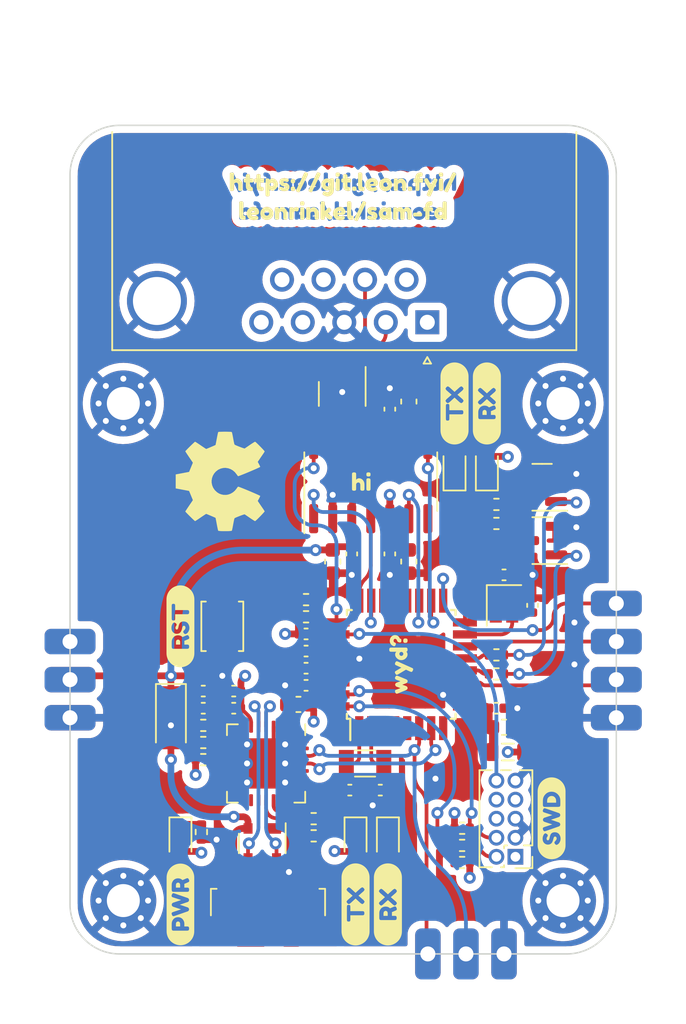
<source format=kicad_pcb>
(kicad_pcb (version 20211014) (generator pcbnew)
  (title_block (title "sam-fd") (date "2023-01-27") (rev "3") (company "Leon Rinkel") (comment 1 "leon@rinkel.me") (comment 2 "https://git.leon.fyi/leonrinkel/sam-fd"))
  (layers (0 "F.Cu" mixed) (1 "In1.Cu" power) (2 "In2.Cu" power) (31 "B.Cu" mixed) (34 "B.Paste" user) (35 "F.Paste" user) (36 "B.SilkS" user "B.Silkscreen") (37 "F.SilkS" user "F.Silkscreen") (38 "B.Mask" user) (39 "F.Mask" user) (44 "Edge.Cuts" user))
  (net 0 "")
  (net 1 "+3V3")
  (net 2 "/MCU/~{RESET}")
  (net 3 "GND")
  (net 4 "/MCU/XIN32")
  (net 5 "/MCU/XOUT32")
  (net 6 "/MCU/VDDANA")
  (net 7 "/MCU/VDDCORE")
  (net 8 "/MCU/XIN")
  (net 9 "/MCU/XOUT")
  (net 10 "+5V")
  (net 11 "Net-(D1-Pad1)")
  (net 12 "Net-(D2-Pad1)")
  (net 13 "Net-(D3-Pad1)")
  (net 14 "VBUS")
  (net 15 "/USB/D-")
  (net 16 "/USB/D+")
  (net 17 "Net-(D6-Pad1)")
  (net 18 "Net-(D7-Pad1)")
  (net 19 "Net-(J1-Pad2)")
  (net 20 "/MCU/SWCLK")
  (net 25 "/USB/SHIELD")
  (net 27 "/CAN/CAN_LOW")
  (net 31 "/CAN/CAN_HIGH")
  (net 34 "/RX_ACT")
  (net 35 "/TX_ACT")
  (net 36 "Net-(R5-Pad2)")
  (net 37 "/MCU/SWDIO")
  (net 38 "Net-(R10-Pad1)")
  (net 39 "Net-(R11-Pad2)")
  (net 40 "/USB/~{TXT}")
  (net 41 "/USB/~{RXT}")
  (net 42 "/MCU/PA02")
  (net 43 "/MCU/PA03")
  (net 44 "/MCU/PA04")
  (net 45 "/UART_TX")
  (net 46 "/UART_RX")
  (net 47 "/MCU/PA07")
  (net 48 "/CAN_~{ERR}")
  (net 49 "/CAN_EN")
  (net 50 "/CAN_~{STB}")
  (net 51 "/MCU/PA22")
  (net 52 "/MCU/PA23")
  (net 53 "/CAN_TX")
  (net 54 "/CAN_RX")
  (net 55 "/MCU/PA19")
  (net 56 "/MCU/PA28")
  (net 77 "Net-(Q1-Pad1)")
  (net 78 "Net-(Q2-Pad1)")
  (net 79 "/PA08")
  (net 80 "/PA11")
  (net 81 "/PA16")
  (net 82 "Net-(Q1-Pad3)")
  (net 83 "Net-(Q2-Pad3)")
  (footprint "kibuzzard-63D420B8" (layer "F.Cu") (at 103.759 66.421)
    (fp_text reference "kibuzzard-63D420B8" hide)
    (fp_text value "G***" hide)
  )
  (footprint "kibuzzard-63D40F1D" (layer "F.Cu") (at 116.459 88.8746 90)
    (fp_text reference "kibuzzard-63D40F1D" hide)
    (fp_text value "G***" hide)
  )
  (footprint "sam-fd:USB_Micro-B_Molex_47346-0001" (layer "F.Cu") (at 97.536 95.285)
    (fp_text reference "J2")
    (fp_text value "USB_B_Micro")
  )
  (footprint "Resistor_SMD:R_0402_1005Metric" (layer "F.Cu") (at 100.076 74.295 180)
    (fp_text reference "R5")
    (fp_text value "330Ω")
  )
  (footprint "Resistor_SMD:R_0402_1005Metric" (layer "F.Cu") (at 112.776 79.248)
    (fp_text reference "R6")
    (fp_text value "10kΩ")
  )
  (footprint "Crystal:Crystal_SMD_2016-4Pin_2.0x1.6mm" (layer "F.Cu") (at 113.284 74.676 -90)
    (fp_text reference "Y2")
    (fp_text value "32MHz")
  )
  (footprint "sam-fd:CastellatedHoles_1x04_P2.54mm" (layer "F.Cu") (at 120.777 82.169 180)
    (fp_text reference "J4")
    (fp_text value "Conn_01x04")
  )
  (footprint "Capacitor_SMD:C_0402_1005Metric" (layer "F.Cu") (at 105.664 61.595 90)
    (fp_text reference "C21")
    (fp_text value "100nF")
  )
  (footprint "Capacitor_SMD:C_0402_1005Metric" (layer "F.Cu") (at 95.25 81.534 180)
    (fp_text reference "C15" hide)
    (fp_text value "100nF")
  )
  (footprint "Symbol:OSHW-Symbol_6.7x6mm_SilkScreen" (layer "F.Cu") (at 94.361 66.421 90)
    (fp_text reference "REF**" hide)
    (fp_text value "OSHW-Symbol_6.7x6mm_SilkScreen" hide)
  )
  (footprint "LED_SMD:LED_0603_1608Metric" (layer "F.Cu") (at 109.982 65.532 90)
    (fp_text reference "D2")
    (fp_text value "GREEN")
  )
  (footprint "Capacitor_SMD:C_0402_1005Metric" (layer "F.Cu") (at 100.076 78.867 180)
    (fp_text reference "C8")
    (fp_text value "100nF")
  )
  (footprint "sam-fd:PinHeader_2x05_P1.27mm_Vertical" (layer "F.Cu") (at 114.046 91.44 180)
    (fp_text reference "J1")
    (fp_text value "Conn_ARM_JTAG_SWD_10")
  )
  (footprint "Resistor_SMD:R_0402_1005Metric" (layer "F.Cu") (at 112.776 69.215)
    (fp_text reference "R2")
    (fp_text value "68Ω")
  )
  (footprint "Resistor_SMD:R_0402_1005Metric" (layer "F.Cu") (at 93.218 82.677 180)
    (fp_text reference "R10")
    (fp_text value "47.5kΩ")
  )
  (footprint "kibuzzard-63D3DC15" (layer "F.Cu") (at 91.694 94.615 90)
    (fp_text reference "kibuzzard-63D3DC15" hide)
    (fp_text value "G***" hide)
  )
  (footprint "Connector_Dsub:DSUB-9_Male_Horizontal_P2.77x2.84mm_EdgePinOffset9.90mm_Housed_MountingHolesOffset11.32mm" (layer "F.Cu") (at 108.166 55.801331 180)
    (fp_text reference "J3")
    (fp_text value "DB9_Male_MountingHoles")
  )
  (footprint "sam-fd:CastellatedHoles_1x03_P2.54mm" (layer "F.Cu") (at 108.204 97.917 90)
    (fp_text reference "J6")
    (fp_text value "Conn_01x03")
  )
  (footprint "MountingHole:MountingHole_2.2mm_M2_Pad_Via" (layer "F.Cu") (at 117.221 94.361)
    (fp_text reference "H4")
    (fp_text value "MountingHole_Pad")
  )
  (footprint "Capacitor_SMD:C_0402_1005Metric" (layer "F.Cu") (at 93.218 81.534 180)
    (fp_text reference "C13")
    (fp_text value "100nF")
  )
  (footprint "kibuzzard-63E7A195" (layer "F.Cu") (at 102.5398 46.609)
    (fp_text reference "kibuzzard-63E7A195" hide)
    (fp_text value "G***" hide)
  )
  (footprint "kibuzzard-63E7A1EC" (layer "F.Cu") (at 102.5398 46.609)
    (fp_text reference "kibuzzard-63E7A1EC" hide)
    (fp_text value "G***" hide)
  )
  (footprint "kibuzzard-63D41F74" (layer "F.Cu") (at 106.426 78.613 90)
    (fp_text reference "kibuzzard-63D41F74" hide)
    (fp_text value "G***" hide)
  )
  (footprint "MountingHole:MountingHole_2.2mm_M2_Pad_Via" (layer "F.Cu") (at 87.884 61.214)
    (fp_text reference "H1")
    (fp_text value "MountingHole_Pad")
  )
  (footprint "kibuzzard-63E7A1A7" (layer "F.Cu") (at 102.5398 48.387)
    (fp_text reference "kibuzzard-63E7A1A7" hide)
    (fp_text value "G***" hide)
  )
  (footprint "Resistor_SMD:R_0402_1005Metric" (layer "F.Cu") (at 93.091 89.789 -90)
    (fp_text reference "R1")
    (fp_text value "68Ω")
  )
  (footprint "kibuzzard-63D3DC5C" (layer "F.Cu") (at 105.537 94.615 90)
    (fp_text reference "kibuzzard-63D3DC5C" hide)
    (fp_text value "G***" hide)
  )
  (footprint "Inductor_SMD:L_0805_2012Metric" (layer "F.Cu") (at 113.538 84.455 180)
    (fp_text reference "L1")
    (fp_text value "39nH")
  )
  (footprint "Package_SO:SO-14_3.9x8.65mm_P1.27mm" (layer "F.Cu") (at 104.394 66.421 90)
    (fp_text reference "U3")
    (fp_text value "TJA1443AT")
  )
  (footprint "Capacitor_SMD:C_0402_1005Metric" (layer "F.Cu") (at 103.124 71.247 -90)
    (fp_text reference "C17")
    (fp_text value "100nF")
  )
  (footprint "Package_QFP:TQFP-32_7x7mm_P0.8mm" (layer "F.Cu") (at 106.426 78.613 90)
    (fp_text reference "U1")
    (fp_text value "ATSAMC21E")
  )
  (footprint "Resistor_SMD:R_0402_1005Metric" (layer "F.Cu") (at 100.584 88.9)
    (fp_text reference "R12")
    (fp_text value "68Ω")
  )
  (footprint "Resistor_SMD:R_0402_1005Metric" (layer "F.Cu") (at 93.218 83.82)
    (fp_text reference "R9")
    (fp_text value "22.1kΩ")
  )
  (footprint "Diode_SMD:D_SOD-123" (layer "F.Cu") (at 91.059 82.169 -90)
    (fp_text reference "D5")
    (fp_text value "MBR130T1G")
  )
  (footprint "Capacitor_SMD:C_0402_1005Metric" (layer "F.Cu") (at 113.284 72.644)
    (fp_text reference "C11")
    (fp_text value "5.6pF")
  )
  (footprint "Package_TO_SOT_SMD:SOT-23" (layer "F.Cu") (at 115.824 70.358 180)
    (fp_text reference "Q1")
    (fp_text value "Q_NPN_BEC")
  )
  (footprint "kibuzzard-63D3DC5C" (layer "F.Cu") (at 112.141 61.214 90)
    (fp_text reference "kibuzzard-63D3DC5C" hide)
    (fp_text value "G***" hide)
  )
  (footprint "LED_SMD:LED_0603_1608Metric" (layer "F.Cu") (at 91.694 90.297 -90)
    (fp_text reference "D1")
    (fp_text value "RED")
  )
  (footprint "Package_TO_SOT_SMD:SOT-23" (layer "F.Cu") (at 115.824 66.802 180)
    (fp_text reference "Q2")
    (fp_text value "Q_NPN_BEC")
  )
  (footprint "Capacitor_SMD:C_0402_1005Metric" (layer "F.Cu") (at 115.189 74.676 90)
    (fp_text reference "C10")
    (fp_text value "5.6pF")
  )
  (footprint "Capacitor_SMD:C_0603_1608Metric" (layer "F.Cu") (at 113.284 82.804)
    (fp_text reference "C4")
    (fp_text value "10µF")
  )
  (footprint "LED_SMD:LED_0603_1608Metric" (layer "F.Cu") (at 112.141 65.532 90)
    (fp_text reference "D3")
    (fp_text value "GREEN")
  )
  (footprint "Capacitor_SMD:C_0402_1005Metric" (layer "F.Cu") (at 100.076 77.724 180)
    (fp_text reference "C6")
    (fp_text value "1µF")
  )
  (footprint "Resistor_SMD:R_0402_1005Metric" (layer "F.Cu") (at 93.218 84.963)
    (fp_text reference "R11")
    (fp_text value "1kΩ")
  )
  (footprint "Resistor_SMD:R_0402_1005Metric" (layer "F.Cu") (at 100.584 90.043)
    (fp_text reference "R13")
    (fp_text value "68Ω")
  )
  (footprint "Package_TO_SOT_SMD:SOT-23-3" (layer "F.Cu") (at 102.489 60.579 -90)
    (fp_text reference "U4")
    (fp_text value "PESD2CANFD24L")
  )
  (footprint "kibuzzard-63E7A1F6" (layer "F.Cu") (at 102.5398 48.387)
    (fp_text reference "kibuzzard-63E7A1F6" hide)
    (fp_text value "G***" hide)
  )
  (footprint "MountingHole:MountingHole_2.2mm_M2_Pad_Via" (layer "F.Cu") (at 117.221 61.214)
    (fp_text reference "H2")
    (fp_text value "MountingHole_Pad")
  )
  (footprint "Resistor_SMD:R_0402_1005Metric" (layer "F.Cu") (at 110.49 89.535)
    (fp_text reference "R14")
    (fp_text value "47.5kΩ")
  )
  (footprint "Capacitor_SMD:C_0603_1608Metric" (layer "F.Cu") (at 99.568 81.28 180)
    (fp_text reference "C7")
    (fp_text value "10µF")
  )
  (footprint "Resistor_SMD:R_0402_1005Metric" (layer "F.Cu") (at 110.49 91.821 180)
    (fp_text reference "R15")
    (fp_text value "47.5kΩ")
  )
  (footprint "Resistor_SMD:R_0402_1005Metric" (layer "F.Cu") (at 100.076 75.438)
    (fp_text reference "R4")
    (fp_text value "2.2kΩ")
  )
  (footprint "Resistor_SMD:R_0402_1005Metric" (layer "F.Cu") (at 112.776 67.945)
    (fp_text reference "R3")
    (fp_text value "68Ω")
  )
  (footprint "Capacitor_SMD:C_0402_1005Metric" (layer "F.Cu") (at 102.997 86.995 180)
    (fp_text reference "C2")
    (fp_text value "4.7pF")
  )
  (footprint "Capacitor_SMD:C_0402_1005Metric" (layer "F.Cu") (at 105.029 86.995)
    (fp_text reference "C3")
    (fp_text value "4.7pF")
  )
  (footprint "Package_DFN_QFN:QFN-28-1EP_5x5mm_P0.5mm_EP3.35x3.35mm" (layer "F.Cu") (at 97.409 85.217 -90)
    (fp_text reference "U2")
    (fp_text value "CP2102N-Axx-xQFN28")
  )
  (footprint "kibuzzard-63D40257" (layer "F.Cu") (at 91.694 76.073 90)
    (fp_text reference "kibuzzard-63D40257" hide)
    (fp_text value "G***" hide)
  )
  (footprint "Capacitor_SMD:C_0603_1608Metric" (layer "F.Cu") (at 106.934 61.087 90)
    (fp_text reference "C19")
    (fp_text value "10µF")
  )
  (footprint "Package_TO_SOT_SMD:SOT-143" (layer "F.Cu") (at 97.155 90.551 -90)
    (fp_text reference "D4")
    (fp_text value "SP0503BAHT")
  )
  (footprint "Capacitor_SMD:C_0603_1608Metric" (layer "F.Cu") (at 101.854 71.755 -90)
    (fp_text reference "C16")
    (fp_text value "10µF")
  )
  (footprint "Capacitor_SMD:C_0402_1005Metric" (layer "F.Cu") (at 105.664 71.247 -90)
    (fp_text reference "C20")
    (fp_text value "100nF")
  )
  (footprint "kibuzzard-63D3DC51" (layer "F.Cu") (at 103.378 94.615 90)
    (fp_text reference "kibuzzard-63D3DC51" hide)
    (fp_text value "G***" hide)
  )
  (footprint "kibuzzard-63D3DC51" (layer "F.Cu") (at 109.982 61.214 90)
    (fp_text reference "kibuzzard-63D3DC51" hide)
    (fp_text value "G***" hide)
  )
  (footprint "Capacitor_SMD:C_0603_1608Metric" (layer "F.Cu") (at 106.934 71.755 -90)
    (fp_text reference "C18")
    (fp_text value "10µF")
  )
  (footprint "Resistor_SMD:R_0402_1005Metric" (layer "F.Cu") (at 110.488 90.68)
    (fp_text reference "R8")
    (fp_text value "22Ω")
  )
  (footprint "Symbol:OSHW-Symbol_6.7x6mm_Copper" (layer "F.Cu") (at 94.361 66.421 90)
    (fp_text reference "REF**" hide)
    (fp_text value "OSHW-Symbol_6.7x6mm_Copper" hide)
  )
  (footprint "Capacitor_SMD:C_0402_1005Metric" (layer "F.Cu") (at 95.25 80.391 180)
    (fp_text reference "C14" hide)
    (fp_text value "4.7µF")
  )
  (footprint "Capacitor_SMD:C_0402_1005Metric" (layer "F.Cu") (at 93.218 80.391 180)
    (fp_text reference "C12")
    (fp_text value "4.7µF")
  )
  (footprint "LED_SMD:LED_0603_1608Metric" (layer "F.Cu") (at 103.378 90.297 -90)
    (fp_text reference "D7")
    (fp_text value "YELLOW")
  )
  (footprint "Crystal:Crystal_SMD_3215-2Pin_3.2x1.5mm" (layer "F.Cu") (at 104.013 85.217)
    (fp_text reference "Y1")
    (fp_text value "32.768kHz")
  )
  (footprint "Button_Switch_SMD:SW_SPST_B3U-1000P" (layer "F.Cu") (at 94.488 76.073 90)
    (fp_text reference "SW1")
    (fp_text value "SW_Push")
  )
  (footprint "sam-fd:CastellatedHoles_1x03_P2.54mm" (layer "F.Cu") (at 84.328 77.089)
    (fp_text reference "J5")
    (fp_text value "Conn_01x03")
  )
  (footprint "LED_SMD:LED_0603_1608Metric" (layer "F.Cu") (at 105.537 90.297 -90)
    (fp_text reference "D6")
    (fp_text value "YELLOW")
  )
  (footprint "Capacitor_SMD:C_0402_1005Metric" (layer "F.Cu") (at 100.076 80.01 180)
    (fp_text reference "C9")
    (fp_text value "100nF")
  )
  (footprint "Capacitor_SMD:C_0402_1005Metric" (layer "F.Cu") (at 100.076 76.581)
    (fp_text reference "C1")
    (fp_text value "100pF")
  )
  (footprint "Resistor_SMD:R_0402_1005Metric" (layer "F.Cu") (at 112.776 77.978)
    (fp_text reference "R7")
    (fp_text value "10kΩ")
  )
  (footprint "Capacitor_SMD:C_0402_1005Metric" (layer "F.Cu") (at 112.776 81.534)
    (fp_text reference "C5")
    (fp_text value "100nF")
  )
  (footprint "MountingHole:MountingHole_2.2mm_M2_Pad_Via" (layer "F.Cu") (at 87.884 94.361)
    (fp_text reference "H3")
    (fp_text value "MountingHole_Pad")
  )
  (footprint "kibuzzard-63E7A25C" (layer "B.Cu") (at 102.5398 46.609 180)
    (fp_text reference "kibuzzard-63E7A25C" hide)
    (fp_text value "G***" hide)
  )
  (footprint "kibuzzard-63E7A280" (layer "B.Cu") (at 102.5398 48.387 180)
    (fp_text reference "kibuzzard-63E7A280" hide)
    (fp_text value "G***" hide)
  )
  (gr_arc (start 120.777 94.615) (mid 119.809867 96.949867) (end 117.475 97.917) (layer "Edge.Cuts") (width 0.1))
  (gr_line (start 87.63 42.672) (end 117.475 42.672) (layer "Edge.Cuts") (width 0.1))
  (gr_line (start 120.777 45.974) (end 120.777 94.615) (layer "Edge.Cuts") (width 0.1))
  (gr_arc (start 117.475 42.672) (mid 119.809867 43.639133) (end 120.777 45.974) (layer "Edge.Cuts") (width 0.1))
  (gr_arc (start 84.328 45.974) (mid 85.295133 43.639133) (end 87.63 42.672) (layer "Edge.Cuts") (width 0.1))
  (gr_line (start 84.328 94.615) (end 84.328 45.974) (layer "Edge.Cuts") (width 0.1))
  (gr_line (start 117.475 97.917) (end 87.63 97.917) (layer "Edge.Cuts") (width 0.1))
  (gr_arc (start 87.63 97.917) (mid 85.295133 96.949867) (end 84.328 94.615) (layer "Edge.Cuts") (width 0.1))
  (segment (start 96.213131 82.017131) (end 95.73 81.534) (width 0.25) (layer "F.Cu") (net 1))
  (segment (start 100.8923 79.813) (end 102.176 79.813) (width 0.45) (layer "F.Cu") (net 1))
  (segment (start 102.024531 91.0845) (end 103.378 91.0845) (width 0.45) (layer "F.Cu") (net 1))
  (segment (start 110.998 92.837) (end 110.999 92.836) (width 0.45) (layer "F.Cu") (net 1))
  (segment (start 105.664 68.896) (end 105.664 67.31) (width 0.45) (layer "F.Cu") (net 1))
  (segment (start 112.141 64.7445) (end 109.982 64.7445) (width 0.45) (layer "F.Cu") (net 1))
  (segment (start 103.378 91.0845) (end 105.537 91.0845) (width 0.45) (layer "F.Cu") (net 1))
  (segment (start 98.679 76.581) (end 99.574786 76.581) (width 0.45) (layer "F.Cu") (net 1))
  (segment (start 113.538 84.455) (end 114.6005 84.455) (width 0.45) (layer "F.Cu") (net 1))
  (segment (start 96.409 82.49) (end 96.409 82.767) (width 0.25) (layer "F.Cu") (net 1))
  (segment (start 96.012 79.375) (end 95.871 79.516) (width 0.45) (layer "F.Cu") (net 1))
  (segment (start 111 92.833585) (end 111 91.821) (width 0.45) (layer "F.Cu") (net 1))
  (segment (start 100.556 80.1493) (end 100.556 80.916386) (width 0.45) (layer "F.Cu") (net 1))
  (segment (start 92.709 85.978) (end 92.71 85.979) (width 0.45) (layer "F.Cu") (net 1))
  (segment (start 109.981 88.52) (end 109.982 88.519) (width 0.45) (layer "F.Cu") (net 1))
  (segment (start 95.73 81.534) (end 95.73 80.391) (width 0.45) (layer "F.Cu") (net 1))
  (segment (start 92.708 85.975585) (end 92.708 84.963) (width 0.45) (layer "F.Cu") (net 1))
  (segment (start 99.566 76.529786) (end 99.566 75.438) (width 0.45) (layer "F.Cu") (net 1))
  (segment (start 113.52525 64.75725) (end 113.538 64.77) (width 0.45) (layer "F.Cu") (net 1))
  (segment (start 92.947603 91.0845) (end 91.694 91.0845) (width 0.45) (layer "F.Cu") (net 1))
  (segment (start 109.98 88.522414) (end 109.98 89.535) (width 0.45) (layer "F.Cu") (net 1))
  (segment (start 106.570386 70.767) (end 105.664 70.767) (width 0.45) (layer "F.Cu") (net 1))
  (segment (start 106.8275 70.8735) (end 106.934 70.98) (width 0.45) (layer "F.Cu") (net 1))
  (segment (start 100.584 81.691412) (end 100.584 82.423) (width 0.45) (layer "F.Cu") (net 1))
  (segment (start 93.049 91.1265) (end 93.091 91.1685) (width 0.45) (layer "F.Cu") (net 1))
  (segment (start 112.141 64.7445) (end 113.494468 64.7445) (width 0.45) (layer "F.Cu") (net 1))
  (segment (start 101.981 91.059) (end 101.99375 91.07175) (width 0.45) (layer "F.Cu") (net 1))
  (segment (start 95.73 79.856404) (end 95.73 80.391) (width 0.45) (layer "F.Cu") (net 1))
  (segment (start 105.664 68.896) (end 105.664 70.767) (width 0.45) (layer "F.Cu") (net 1))
  (segment (start 100.4635 81.4005) (end 100.4495 81.3865) (width 0.45) (layer "F.Cu") (net 1))
  (via (at 105.664 67.31) (size 0.8) (drill 0.4) (layers "F.Cu" "B.Cu") (net 1))
  (via (at 92.71 85.979) (size 0.8) (drill 0.4) (layers "F.Cu" "B.Cu") (net 1))
  (via (at 110.998 92.837) (size 0.8) (drill 0.4) (layers "F.Cu" "B.Cu") (net 1))
  (via (at 101.981 91.059) (size 0.8) (drill 0.4) (layers "F.Cu" "B.Cu") (net 1))
  (via (at 113.538 84.455) (size 0.8) (drill 0.4) (layers "F.Cu" "B.Cu") (net 1))
  (via (at 100.584 82.423) (size 0.8) (drill 0.4) (layers "F.Cu" "B.Cu") (net 1))
  (via (at 113.538 64.77) (size 0.8) (drill 0.4) (layers "F.Cu" "B.Cu") (net 1))
  (via (at 109.982 88.519) (size 0.8) (drill 0.4) (layers "F.Cu" "B.Cu") (net 1))
  (via (at 96.012 79.375) (size 0.8) (drill 0.4) (layers "F.Cu" "B.Cu") (net 1))
  (via (at 98.679 76.581) (size 0.8) (drill 0.4) (layers "F.Cu" "B.Cu") (net 1))
  (via (at 93.091 91.1685) (size 0.8) (drill 0.4) (layers "F.Cu" "B.Cu") (net 1))
  (arc (start 113.52525 64.75725) (mid 113.511127 64.747813) (end 113.494468 64.7445) (width 0.45) (layer "F.Cu") (net 1))
  (arc (start 100.6545 79.9115) (mid 100.581599 80.020603) (end 100.556 80.1493) (width 0.45) (layer "F.Cu") (net 1))
  (arc (start 99.566 76.529786) (mid 99.569898 76.549385) (end 99.581 76.566) (width 0.45) (layer "F.Cu") (net 1))
  (arc (start 93.049 91.1265) (mid 93.002478 91.095415) (end 92.947603 91.0845) (width 0.45) (layer "F.Cu") (net 1))
  (arc (start 100.556 80.916386) (mid 100.528321 81.055535) (end 100.4495 81.1735) (width 0.45) (layer "F.Cu") (net 1))
  (arc (start 106.8275 70.8735) (mid 106.709535 70.794678) (end 106.570386 70.767) (width 0.45) (layer "F.Cu") (net 1))
  (arc (start 100.8923 79.813) (mid 100.763603 79.838599) (end 100.6545 79.9115) (width 0.45) (layer "F.Cu") (net 1))
  (arc (start 111 92.833585) (mid 110.99974 92.834892) (end 110.999 92.836) (width 0.45) (layer "F.Cu") (net 1))
  (arc (start 100.4635 81.4005) (mid 100.552683 81.533971) (end 100.584 81.691412) (width 0.45) (layer "F.Cu") (net 1))
  (arc (start 96.213131 82.017131) (mid 96.358095 82.234085) (end 96.409 82.49) (width 0.25) (layer "F.Cu") (net 1))
  (arc (start 99.581 76.566) (mid 99.582904 76.575575) (end 99.574786 76.581) (width 0.45) (layer "F.Cu") (net 1))
  (arc (start 95.871 79.516) (mid 95.766644 79.672178) (end 95.73 79.856404) (width 0.45) (layer "F.Cu") (net 1))
  (arc (start 109.981 88.52) (mid 109.980259 88.521107) (end 109.98 88.522414) (width 0.45) (layer "F.Cu") (net 1))
  (arc (start 100.4495 81.1735) (mid 100.405386 81.28) (end 100.4495 81.3865) (width 0.45) (layer "F.Cu") (net 1))
  (arc (start 92.708 85.975585) (mid 92.708259 85.976892) (end 92.709 85.978) (width 0.45) (layer "F.Cu") (net 1))
  (arc (start 101.99375 91.07175) (mid 102.007872 91.081186) (end 102.024531 91.0845) (width 0.45) (layer "F.Cu") (net 1))
  (segment (start 100.586 75.438) (end 100.586 74.295) (width 0.25) (layer "F.Cu") (net 2))
  (segment (start 102.121372 76.581) (end 100.577213 76.581) (width 0.25) (layer "F.Cu") (net 2))
  (segment (start 103.632 76.581) (end 103.616 76.597) (width 0.25) (layer "F.Cu") (net 2))
  (segment (start 103.577372 76.613) (end 102.198627 76.613) (width 0.25) (layer "F.Cu") (net 2))
  (segment (start 100.586 75.438) (end 100.586 76.529786) (width 0.25) (layer "F.Cu") (net 2))
  (via (at 103.632 76.581) (size 0.8) (drill 0.4) (layers "F.Cu" "B.Cu") (net 2))
  (arc (start 102.16 76.597) (mid 102.142277 76.585158) (end 102.121372 76.581) (width 0.25) (layer "F.Cu") (net 2))
  (arc (start 103.616 76.597) (mid 103.598277 76.608841) (end 103.577372 76.613) (width 0.25) (layer "F.Cu") (net 2))
  (arc (start 102.16 76.597) (mid 102.177722 76.608841) (end 102.198627 76.613) (width 0.25) (layer "F.Cu") (net 2))
  (arc (start 100.586 76.529786) (mid 100.582101 76.549385) (end 100.571 76.566) (width 0.25) (layer "F.Cu") (net 2))
  (arc (start 100.571 76.566) (mid 100.569095 76.575575) (end 100.577213 76.581) (width 0.25) (layer "F.Cu") (net 2))
  (segment (start 112.776 81.784261) (end 112.776 86.36) (width 0.25) (layer "B.Cu") (net 2))
  (segment (start 103.632 76.581) (end 107.572738 76.581) (width 0.25) (layer "B.Cu") (net 2))
  (arc (start 111.252 78.105) (mid 109.56394 76.977074) (end 107.572738 76.581) (width 0.25) (layer "B.Cu") (net 2))
  (arc (start 111.252 78.105) (mid 112.379925 79.793059) (end 112.776 81.784261) (width 0.25) (layer "B.Cu") (net 2))
  (segment (start 113.834 74.051) (end 113.834 74.025497) (width 0.15) (layer "F.Cu") (net 3))
  (segment (start 113.764 72.644) (end 115.189 72.644) (width 0.45) (layer "F.Cu") (net 3))
  (segment (start 118.11 65.913) (end 118.0795 65.8825) (width 0.45) (layer "F.Cu") (net 3))
  (segment (start 94.103585 90.299) (end 93.091 90.299) (width 0.45) (layer "F.Cu") (net 3))
  (segment (start 104.521 88.011) (end 104.535 87.997) (width 0.45) (layer "F.Cu") (net 3))
  (segment (start 113.764 72.644) (end 113.764 73.856502) (width 0.45) (layer "F.Cu") (net 3))
  (segment (start 103.6225 78.2225) (end 103.632 78.232) (width 0.45) (layer "F.Cu") (net 3))
  (segment (start 109.22 80.645) (end 109.236 80.629) (width 0.45) (layer "F.Cu") (net 3))
  (segment (start 98.526708 89.551) (end 97.905 89.551) (width 0.45) (layer "F.Cu") (net 3))
  (segment (start 113.944 74.086) (end 113.869 74.011) (width 0.45) (layer "F.Cu") (net 3))
  (segment (start 114.209563 74.196) (end 115.189 74.196) (width 0.45) (layer "F.Cu") (net 3))
  (segment (start 99.596 78.867) (end 99.596 77.724) (width 0.45) (layer "F.Cu") (net 3))
  (segment (start 94.488 79.375) (end 94.488 77.773) (width 0.45) (layer "F.Cu") (net 3))
  (segment (start 94.77 79.856404) (end 94.77 80.391) (width 0.45) (layer "F.Cu") (net 3))
  (segment (start 94.106 90.298) (end 94.107 90.297) (width 0.45) (layer "F.Cu") (net 3))
  (segment (start 98.679 80.01) (end 99.596 80.01) (width 0.45) (layer "F.Cu") (net 3))
  (segment (start 98.933 89.957291) (end 98.933 92.456) (width 0.45) (layer "F.Cu") (net 3))
  (segment (start 114.173 81.534) (end 113.256 81.534) (width 0.45) (layer "F.Cu") (net 3))
  (segment (start 103.067 72.587) (end 103.124 72.644) (width 0.45) (layer "F.Cu") (net 3))
  (segment (start 94.629 79.516) (end 94.488 79.375) (width 0.45) (layer "F.Cu") (net 3))
  (segment (start 101.854 67.31) (end 101.854 68.896) (width 0.45) (layer "F.Cu") (net 3))
  (segment (start 98.793 80.20461) (end 98.793 81.28) (width 0.45) (layer "F.Cu") (net 3))
  (segment (start 98.679 80.01) (end 98.736 80.067) (width 0.45) (layer "F.Cu") (net 3))
  (segment (start 94.77 80.391) (end 94.77 81.534) (width 0.45) (layer "F.Cu") (net 3))
  (segment (start 99.596 80.01) (end 99.596 78.867) (width 0.45) (layer "F.Cu") (net 3))
  (segment (start 97.659 84.967) (end 97.409 85.217) (width 0.25) (layer "F.Cu") (net 3))
  (segment (start 113.780966 74.179032) (end 112.787033 75.172966) (width 0.15) (layer "F.Cu") (net 3))
  (segment (start 105.664 72.644) (end 105.664 71.727) (width 0.45) (layer "F.Cu") (net 3))
  (segment (start 114.059 81.72861) (end 114.059 82.804) (width 0.45) (layer "F.Cu") (net 3))
  (segment (start 105.721 72.587) (end 105.664 72.644) (width 0.45) (layer "F.Cu") (net 3))
  (segment (start 118.005866 65.852) (end 116.7615 65.852) (width 0.45) (layer "F.Cu") (net 3))
  (segment (start 92.738 81.512786) (end 92.738 80.391) (width 0.45) (layer "F.Cu") (net 3))
  (segment (start 104.549 87.963201) (end 104.549 86.995) (width 0.45) (layer "F.Cu") (net 3))
  (segment (start 97.909 84.363446) (end 97.909 82.767) (width 0.25) (layer "F.Cu") (net 3))
  (segment (start 118.11 69.469) (end 118.0795 69.4385) (width 0.45) (layer "F.Cu") (net 3))
  (segment (start 115.189 72.644) (end 115.189 74.196) (width 0.45) (layer "F.Cu") (net 3))
  (segment (start 105.85861 72.53) (end 106.934 72.53) (width 0.45) (layer "F.Cu") (net 3))
  (segment (start 105.664 60.198) (end 105.664 61.115) (width 0.45) (layer "F.Cu") (net 3))
  (segment (start 102.929389 72.53) (end 101.854 72.53) (width 0.45) (layer "F.Cu") (net 3))
  (segment (start 102.489 60.452) (end 102.489 61.7165) (width 0.45) (layer "F.Cu") (net 3))
  (segment (start 103.599564 78.213) (end 102.176 78.213) (width 0.45) (layer "F.Cu") (net 3))
  (segment (start 109.274627 80.613) (end 110.676 80.613) (width 0.45) (layer "F.Cu") (net 3))
  (segment (start 105.664 60.198) (end 105.721 60.255) (width 0.45) (layer "F.Cu") (net 3))
  (segment (start 114.173 81.534) (end 114.116 81.591) (width 0.45) (layer "F.Cu") (net 3))
  (segment (start 112.734 75.301) (end 112.734 75.376) (width 0.15) (layer "F.Cu") (net 3))
  (segment (start 92.708 82.677) (end 92.708 81.585213) (width 0.45) (layer "F.Cu") (net 3))
  (segment (start 98.933 92.456) (end 98.8845 92.5045) (width 0.45) (layer "F.Cu") (net 3))
  (segment (start 98.836 92.621589) (end 98.836 93.825) (width 0.45) (layer "F.Cu") (net 3))
  (segment (start 104.549 86.995) (end 103.477 86.995) (width 0.45) (layer "F.Cu") (net 3))
  (segment (start 103.124 72.644) (end 103.124 71.727) (width 0.45) (layer "F.Cu") (net 3))
  (segment (start 118.005866 69.408) (end 116.7615 69.408) (width 0.45) (layer "F.Cu") (net 3))
  (segment (start 92.708 82.677) (end 91.059 82.677) (width 0.45) (layer "F.Cu") (net 3))
  (segment (start 105.85861 60.312) (end 106.934 60.312) (width 0.45) (layer "F.Cu") (net 3))
  (segment (start 113.799 73.941) (end 113.869 74.011) (width 0.45) (layer "F.Cu") (net 3))
  (via (at 91.059 82.677) (size 0.8) (drill 0.4) (layers "F.Cu" "B.Cu") (net 3))
  (via (at 103.632 78.232) (size 0.8) (drill 0.4) (layers "F.Cu" "B.Cu") (net 3))
  (via (at 104.521 88.011) (size 0.8) (drill 0.4) (layers "F.Cu" "B.Cu") (net 3))
  (via (at 118.11 69.469) (size 0.8) (drill 0.4) (layers "F.Cu" "B.Cu") (net 3))
  (via (at 98.933 92.456) (size 0.8) (drill 0.4) (layers "F.Cu" "B.Cu") (net 3))
  (via (at 115.189 72.644) (size 0.8) (drill 0.4) (layers "F.Cu" "B.Cu") (net 3))
  (via (at 96.139 83.947) (size 0.8) (drill 0.4) (layers "F.Cu" "B.Cu") (net 3))
  (via (at 96.139 86.487) (size 0.8) (drill 0.4) (layers "F.Cu" "B.Cu") (net 3))
  (via (at 96.139 85.217) (size 0.8) (drill 0.4) (layers "F.Cu" "B.Cu") (net 3))
  (via (at 118.11 65.913) (size 0.8) (drill 0.4) (layers "F.Cu" "B.Cu") (net 3))
  (via (at 105.664 72.644) (size 0.8) (drill 0.4) (layers "F.Cu" "B.Cu") (net 3))
  (via (at 103.124 72.644) (size 0.8) (drill 0.4) (layers "F.Cu" "B.Cu") (net 3))
  (via (at 94.488 79.375) (size 0.8) (drill 0.4) (layers "F.Cu" "B.Cu") (net 3))
  (via (at 98.679 80.01) (size 0.8) (drill 0.4) (layers "F.Cu" "B.Cu") (net 3))
  (via (at 105.664 60.198) (size 0.8) (drill 0.4) (layers "F.Cu" "B.Cu") (net 3))
  (via (at 102.489 60.452) (size 0.8) (drill 0.4) (layers "F.Cu" "B.Cu") (net 3))
  (via (at 114.173 81.534) (size 0.8) (drill 0.4) (layers "F.Cu" "B.Cu") (net 3))
  (via (at 98.679 86.487) (size 0.8) (drill 0.4) (layers "F.Cu" "B.Cu") (net 3))
  (via (at 117.983 78.613) (size 0.8) (drill 0.4) (layers "F.Cu" "B.Cu") (net 3))
  (via (at 98.679 83.947) (size 0.8) (drill 0.4) (layers "F.Cu" "B.Cu") (net 3))
  (via (at 117.983 75.819) (size 0.8) (drill 0.4) (layers "F.Cu" "B.Cu") (net 3))
  (via (at 108.712 86.233) (size 0.8) (drill 0.4) (layers "F.Cu" "B.Cu") (net 3))
  (via (at 98.679 85.217) (size 0.8) (drill 0.4) (layers "F.Cu" "B.Cu") (net 3))
  (via (at 109.22 80.645) (size 0.8) (drill 0.4) (layers "F.Cu" "B.Cu") (net 3))
  (via (at 94.107 90.297) (size 0.8) (drill 0.4) (layers "F.Cu" "B.Cu") (net 3))
  (via (at 101.854 67.31) (size 0.8) (drill 0.4) (layers "F.Cu" "B.Cu") (net 3))
  (arc (start 118.0795 65.8825) (mid 118.045716 65.859926) (end 118.005866 65.852) (width 0.45) (layer "F.Cu") (net 3))
  (arc (start 113.834 74.051) (mid 113.820216 74.12029) (end 113.780966 74.179032) (width 0.15) (layer "F.Cu") (net 3))
  (arc (start 94.106 90.298) (mid 94.104892 90.29874) (end 94.103585 90.299) (width 0.45) (layer "F.Cu") (net 3))
  (arc (start 113.869 74.011) (mid 113.846656 74.006555) (end 113.834 74.025497) (width 0.45) (layer "F.Cu") (net 3))
  (arc (start 98.8845 92.5045) (mid 98.848604 92.55822) (end 98.836 92.621589) (width 0.45) (layer "F.Cu") (net 3))
  (arc (start 113.834 74.025497) (mid 113.824903 73.979767) (end 113.799 73.941) (width 0.15) (layer "F.Cu") (net 3))
  (arc (start 118.0795 69.4385) (mid 118.045716 69.415926) (end 118.005866 69.408) (width 0.45) (layer "F.Cu") (net 3))
  (arc (start 97.909 84.363446) (mid 97.844027 84.690087) (end 97.659 84.967) (width 0.25) (layer "F.Cu") (net 3))
  (arc (start 98.814 89.67) (mid 98.902072 89.80181) (end 98.933 89.957291) (width 0.45) (layer "F.Cu") (net 3))
  (arc (start 114.116 81.591) (mid 114.073813 81.654136) (end 114.059 81.72861) (width 0.45) (layer "F.Cu") (net 3))
  (arc (start 105.721 60.255) (mid 105.784136 60.297186) (end 105.85861 60.312) (width 0.45) (layer "F.Cu") (net 3))
  (arc (start 104.549 87.963201) (mid 104.545361 87.981492) (end 104.535 87.997) (width 0.45) (layer "F.Cu") (net 3))
  (arc (start 109.274627 80.613) (mid 109.253722 80.617158) (end 109.236 80.629) (width 0.45) (layer "F.Cu") (net 3))
  (arc (start 92.723 81.549) (mid 92.711898 81.565614) (end 92.708 81.585213) (width 0.45) (layer "F.Cu") (net 3))
  (arc (start 103.6225 78.2225) (mid 103.611977 78.215468) (end 103.599564 78.213) (width 0.45) (layer "F.Cu") (net 3))
  (arc (start 92.738 81.512786) (mid 92.734101 81.532385) (end 92.723 81.549) (width 0.45) (layer "F.Cu") (net 3))
  (arc (start 94.629 79.516) (mid 94.733355 79.672178) (end 94.77 79.856404) (width 0.45) (layer "F.Cu") (net 3))
  (arc (start 113.764 73.856502) (mid 113.773096 73.902232) (end 113.799 73.941) (width 0.45) (layer "F.Cu") (net 3))
  (arc (start 103.067 72.587) (mid 103.003863 72.544813) (end 102.929389 72.53) (width 0.45) (layer "F.Cu") (net 3))
  (arc (start 113.944 74.086) (mid 114.065841 74.167411) (end 114.209563 74.196) (width 0.45) (layer "F.Cu") (net 3))
  (arc (start 98.736 80.067) (mid 98.778186 80.130136) (end 98.793 80.20461) (width 0.45) (layer "F.Cu") (net 3))
  (arc (start 98.814 89.67) (mid 98.682189 89.581927) (end 98.526708 89.551) (width 0.45) (layer "F.Cu") (net 3))
  (arc (start 105.85861 72.53) (mid 105.784136 72.544813) (end 105.721 72.587) (width 0.45) (layer "F.Cu") (net 3))
  (arc (start 112.787033 75.172966) (mid 112.747782 75.231708) (end 112.734 75.301) (width 0.15) (layer "F.Cu") (net 3))
  (segment (start 102.517 85.636948) (end 102.517 86.995) (width 0.25) (layer "F.Cu") (net 4))
  (segment (start 103.626 84.793637) (end 103.626 82.863) (width 0.25) (layer "F.Cu") (net 4))
  (segment (start 102.936948 85.217) (end 103.202637 85.217) (width 0.25) (layer "F.Cu") (net 4))
  (arc (start 103.626 84.793637) (mid 103.593773 84.955651) (end 103.502 85.093) (width 0.25) (layer "F.Cu") (net 4))
  (arc (start 102.936948 85.217) (mid 102.77624 85.248966) (end 102.64 85.34) (width 0.25) (layer "F.Cu") (net 4))
  (arc (start 102.64 85.34) (mid 102.548966 85.47624) (end 102.517 85.636948) (width 0.25) (layer "F.Cu") (net 4))
  (arc (start 103.502 85.093) (mid 103.364651 85.184773) (end 103.202637 85.217) (width 0.25) (layer "F.Cu") (net 4))
  (segment (start 105.089051 85.217) (end 104.804977 85.217) (width 0.25) (layer "F.Cu") (net 5))
  (segment (start 104.426 84.838022) (end 104.426 82.863) (width 0.25) (layer "F.Cu") (net 5))
  (segment (start 105.509 85.636948) (end 105.509 86.995) (width 0.25) (layer "F.Cu") (net 5))
  (arc (start 105.386 85.34) (mid 105.249758 85.248966) (end 105.089051 85.217) (width 0.25) (layer "F.Cu") (net 5))
  (arc (start 104.426 84.838022) (mid 104.454847 84.98305) (end 104.537 85.106) (width 0.25) (layer "F.Cu") (net 5))
  (arc (start 104.537 85.106) (mid 104.659949 85.188152) (end 104.804977 85.217) (width 0.25) (layer "F.Cu") (net 5))
  (arc (start 105.386 85.34) (mid 105.477033 85.47624) (end 105.509 85.636948) (width 0.25) (layer "F.Cu") (net 5))
  (segment (start 112.49225 84.43825) (end 112.4755 84.455) (width 0.45) (layer "F.Cu") (net 6))
  (segment (start 112.509 84.397811) (end 112.509 82.954613) (width 0.45) (layer "F.Cu") (net 6))
  (segment (start 112.296 81.619559) (end 112.296 82.440386) (width 0.45) (layer "F.Cu") (net 6))
  (segment (start 112.08944 81.413) (end 110.676 81.413) (width 0.45) (layer "F.Cu") (net 6))
  (arc (start 112.296 82.440386) (mid 112.323678 82.579535) (end 112.4025 82.6975) (width 0.45) (layer "F.Cu") (net 6))
  (arc (start 112.509 84.397811) (mid 112.504646 84.419696) (end 112.49225 84.43825) (width 0.45) (layer "F.Cu") (net 6))
  (arc (start 112.2355 81.4735) (mid 112.280276 81.540512) (end 112.296 81.619559) (width 0.45) (layer "F.Cu") (net 6))
  (arc (start 112.2355 81.4735) (mid 112.168487 81.428723) (end 112.08944 81.413) (width 0.45) (layer "F.Cu") (net 6))
  (arc (start 112.4025 82.6975) (mid 112.481321 82.815464) (end 112.509 82.954613) (width 0.45) (layer "F.Cu") (net 6))
  (segment (start 100.556 78.763762) (end 100.556 77.724) (width 0.45) (layer "F.Cu") (net 7))
  (segment (start 100.805237 79.013) (end 102.176 79.013) (width 0.45) (layer "F.Cu") (net 7))
  (arc (start 100.629 78.94) (mid 100.709858 78.994027) (end 100.805237 79.013) (width 0.45) (layer "F.Cu") (net 7))
  (arc (start 100.556 78.763762) (mid 100.574972 78.859141) (end 100.629 78.94) (width 0.45) (layer "F.Cu") (net 7))
  (segment (start 114.209563 75.156) (end 115.189 75.156) (width 0.25) (layer "F.Cu") (net 8))
  (segment (start 113.057266 76.613) (end 110.676 76.613) (width 0.25) (layer "F.Cu") (net 8))
  (segment (start 113.834 75.836266) (end 113.834 75.531563) (width 0.25) (layer "F.Cu") (net 8))
  (arc (start 114.209563 75.156) (mid 114.065841 75.184588) (end 113.944 75.266) (width 0.25) (layer "F.Cu") (net 8))
  (arc (start 113.6065 76.3855) (mid 113.354509 76.553874) (end 113.057266 76.613) (width 0.25) (layer "F.Cu") (net 8))
  (arc (start 113.944 75.266) (mid 113.862588 75.387841) (end 113.834 75.531563) (width 0.25) (layer "F.Cu") (net 8))
  (arc (start 113.834 75.836266) (mid 113.774874 76.133509) (end 113.6065 76.3855) (width 0.25) (layer "F.Cu") (net 8))
  (segment (start 112.684502 73.976) (end 112.1525 73.976) (width 0.25) (layer "F.Cu") (net 9))
  (segment (start 111.009046 74.537952) (end 111.159817 74.387182) (width 0.25) (layer "F.Cu") (net 9))
  (segment (start 112.804 73.856502) (end 112.804 72.644) (width 0.25) (layer "F.Cu") (net 9))
  (segment (start 110.676 75.342) (end 110.676 75.813) (width 0.25) (layer "F.Cu") (net 9))
  (arc (start 112.1525 73.976) (mid 111.615263 74.082862) (end 111.159817 74.387182) (width 0.25) (layer "F.Cu") (net 9))
  (arc (start 111.009046 74.537952) (mid 110.762555 74.906852) (end 110.676 75.342) (width 0.25) (layer "F.Cu") (net 9))
  (arc (start 112.769 73.941) (mid 112.730232 73.966903) (end 112.684502 73.976) (width 0.25) (layer "F.Cu") (net 9))
  (arc (start 112.804 73.856502) (mid 112.794903 73.902232) (end 112.769 73.941) (width 0.25) (layer "F.Cu") (net 9))
  (segment (start 106.8275 61.9685) (end 106.934 61.862) (width 0.45) (layer "F.Cu") (net 10))
  (segment (start 91.059 79.375) (end 91.059 80.519) (width 0.45) (layer "F.Cu") (net 10))
  (segment (start 105.664 64.5485) (end 105.664 63.946) (width 0.45) (layer "F.Cu") (net 10))
  (segment (start 91.059 79.375) (end 84.761605 79.375) (width 0.45) (layer "F.Cu") (net 10))
  (segment (start 101.703386 70.98) (end 100.733192 70.98) (width 0.45) (layer "F.Cu") (net 10))
  (segment (start 105.664 62.075) (end 106.570386 62.075) (width 0.45) (layer "F.Cu") (net 10))
  (segment (start 95.42 82.767) (end 95.909 82.767) (width 0.25) (layer "F.Cu") (net 10))
  (segment (start 93.698 81.534) (end 94.585224 82.421224) (width 0.25) (layer "F.Cu") (net 10))
  (segment (start 93.698 80.123) (end 93.698 80.391) (width 0.45) (layer "F.Cu") (net 10))
  (segment (start 93.698 81.534) (end 93.698 80.391) (width 0.45) (layer "F.Cu") (net 10))
  (segment (start 100.711 70.993) (end 100.7175 70.9865) (width 0.45) (layer "F.Cu") (net 10))
  (segment (start 84.455 79.502) (end 84.328 79.629) (width 0.45) (layer "F.Cu") (net 10))
  (segment (start 103.124 68.2935) (end 103.124 68.896) (width 0.45) (layer "F.Cu") (net 10))
  (segment (start 103.124 68.896) (end 103.124 70.767) (width 0.45) (layer "F.Cu") (net 10))
  (segment (start 91.059 79.375) (end 92.878588 79.375) (width 0.45) (layer "F.Cu") (net 10))
  (segment (start 105.664 62.075) (end 105.664 63.946) (width 0.45) (layer "F.Cu") (net 10))
  (segment (start 103.550031 67.264968) (end 105.237968 65.577031) (width 0.45) (layer "F.Cu") (net 10))
  (segment (start 102.217613 70.767) (end 103.124 70.767) (width 0.45) (layer "F.Cu") (net 10))
  (segment (start 93.508495 79.665495) (end 93.458 79.615) (width 0.45) (layer "F.Cu") (net 10))
  (via (at 100.711 70.993) (size 0.8) (drill 0.4) (layers "F.Cu" "B.Cu") (net 10))
  (via (at 91.059 79.375) (size 0.8) (drill 0.4) (layers "F.Cu" "B.Cu") (net 10))
  (arc (start 100.733192 70.98) (mid 100.724699 70.981689) (end 100.7175 70.9865) (width 0.45) (layer "F.Cu") (net 10))
  (arc (start 94.585224 82.421224) (mid 94.968222 82.677135) (end 95.42 82.767) (width 0.25) (layer "F.Cu") (net 10))
  (arc (start 106.8275 61.9685) (mid 106.709535 62.047321) (end 106.570386 62.075) (width 0.45) (layer "F.Cu") (net 10))
  (arc (start 103.550031 67.264968) (mid 103.234721 67.736862) (end 103.124 68.2935) (width 0.45) (layer "F.Cu") (net 10))
  (arc (start 105.664 64.5485) (mid 105.553277 65.105137) (end 105.237968 65.577031) (width 0.45) (layer "F.Cu") (net 10))
  (arc (start 93.508495 79.665495) (mid 93.648749 79.8754) (end 93.698 80.123) (width 0.45) (layer "F.Cu") (net 10))
  (arc (start 84.761605 79.375) (mid 84.595671 79.408006) (end 84.455 79.502) (width 0.45) (layer "F.Cu") (net 10))
  (arc (start 93.458 79.615) (mid 93.192163 79.437373) (end 92.878588 79.375) (width 0.45) (layer "F.Cu") (net 10))
  (arc (start 102.217613 70.767) (mid 102.078464 70.794678) (end 101.9605 70.8735) (width 0.45) (layer "F.Cu") (net 10))
  (arc (start 101.9605 70.8735) (mid 101.842535 70.952321) (end 101.703386 70.98) (width 0.45) (layer "F.Cu") (net 10))
  (segment (start 91.059 79.375) (end 91.059 75.762656) (width 0.45) (layer "B.Cu") (net 10))
  (segment (start 100.711 70.993) (end 95.828656 70.993) (width 0.45) (layer "B.Cu") (net 10))
  (arc (start 92.456 72.39) (mid 91.422068 73.937387) (end 91.059 75.762656) (width 0.45) (layer "B.Cu") (net 10))
  (arc (start 95.828656 70.993) (mid 94.003387 71.356068) (end 92.456 72.39) (width 0.45) (layer "B.Cu") (net 10))
  (segment (start 91.80925 89.39425) (end 91.694 89.5095) (width 0.45) (layer "F.Cu") (net 11))
  (segment (start 92.087488 89.279) (end 93.091 89.279) (width 0.45) (layer "F.Cu") (net 11))
  (arc (start 92.087488 89.279) (mid 91.936906 89.308952) (end 91.80925 89.39425) (width 0.45) (layer "F.Cu") (net 11))
  (segment (start 110.556701 68.519701) (end 110.893496 68.856496) (width 0.45) (layer "F.Cu") (net 12))
  (segment (start 109.982 67.13225) (end 109.982 66.3195) (width 0.45) (layer "F.Cu") (net 12))
  (segment (start 111.759 69.215) (end 112.266 69.215) (width 0.45) (layer "F.Cu") (net 12))
  (arc (start 110.893496 68.856496) (mid 111.290592 69.121827) (end 111.759 69.215) (width 0.45) (layer "F.Cu") (net 12))
  (arc (start 109.982 67.13225) (mid 110.131359 67.883133) (end 110.556701 68.519701) (width 0.45) (layer "F.Cu") (net 12))
  (segment (start 112.266 66.532888) (end 112.266 67.945) (width 0.45) (layer "F.Cu") (net 13))
  (segment (start 112.2035 66.382) (end 112.141 66.3195) (width 0.45) (layer "F.Cu") (net 13))
  (arc (start 112.2035 66.382) (mid 112.249756 66.451228) (end 112.266 66.532888) (width 0.45) (layer "F.Cu") (net 13))
  (segment (start 95.873093 89.551) (end 96.205 89.551) (width 0.45) (layer "F.Cu") (net 14))
  (segment (start 95.25 90.174093) (end 95.25 91.250792) (width 0.45) (layer "F.Cu") (net 14))
  (segment (start 91.060707 83.82) (end 92.708 83.82) (width 0.45) (layer "F.Cu") (net 14))
  (segment (start 95.743 92.441) (end 95.920983 92.618983) (width 0.45) (layer "F.Cu") (net 14))
  (segment (start 96.236 93.3795) (end 96.236 93.825) (width 0.45) (layer "F.Cu") (net 14))
  (segment (start 96.205 89.102471) (end 96.205 89.551) (width 0.45) (layer "F.Cu") (net 14))
  (segment (start 95.25 88.773) (end 95.875528 88.773) (width 0.45) (layer "F.Cu") (net 14))
  (segment (start 91.059 83.819707) (end 91.059 84.963) (width 0.45) (layer "F.Cu") (net 14))
  (via (at 91.059 84.963) (size 0.8) (drill 0.4) (layers "F.Cu" "B.Cu") (net 14))
  (via (at 95.25 88.773) (size 0.8) (drill 0.4) (layers "F.Cu" "B.Cu") (net 14))
  (arc (start 96.1085 88.8695) (mid 96.001611 88.798079) (end 95.875528 88.773) (width 0.45) (layer "F.Cu") (net 14))
  (arc (start 95.873093 89.551) (mid 95.634645 89.59843) (end 95.4325 89.7335) (width 0.45) (layer "F.Cu") (net 14))
  (arc (start 96.1085 88.8695) (mid 96.17992 88.976388) (end 96.205 89.102471) (width 0.45) (layer "F.Cu") (net 14))
  (arc (start 91.0595 83.8195) (mid 91.05918 83.819436) (end 91.059 83.819707) (width 0.45) (layer "F.Cu") (net 14))
  (arc (start 95.4325 89.7335) (mid 95.29743 89.935645) (end 95.25 90.174093) (width 0.45) (layer "F.Cu") (net 14))
  (arc (start 95.920983 92.618983) (mid 96.154129 92.967911) (end 96.236 93.3795) (width 0.45) (layer "F.Cu") (net 14))
  (arc (start 95.25 91.250792) (mid 95.378126 91.894928) (end 95.743 92.441) (width 0.45) (layer "F.Cu") (net 14))
  (arc (start 91.0595 83.8195) (mid 91.060053 83.81987) (end 91.060707 83.82) (width 0.45) (layer "F.Cu") (net 14))
  (segment (start 91.059 86.0425) (end 91.059 84.963) (width 0.45) (layer "B.Cu") (net 14))
  (segment (start 91.822321 87.885321) (end 91.8845 87.9475) (width 0.45) (layer "B.Cu") (net 14))
  (segment (start 93.877433 88.773) (end 95.25 88.773) (width 0.45) (layer "B.Cu") (net 14))
  (arc (start 91.059 86.0425) (mid 91.25738 87.039827) (end 91.822321 87.885321) (width 0.45) (layer "B.Cu") (net 14))
  (arc (start 91.8845 87.9475) (mid 92.798865 88.558459) (end 93.877433 88.773) (width 0.45) (layer "B.Cu") (net 14))
  (segment (start 96.205 91.551) (end 96.205 90.655133) (width 0.25) (layer "F.Cu") (net 15))
  (segment (start 96.909 81.854261) (end 96.909 82.767) (width 0.25) (layer "F.Cu") (net 15))
  (segment (start 96.778 81.538) (end 96.647 81.407) (width 0.25) (layer "F.Cu") (net 15))
  (segment (start 96.886 91.769509) (end 96.886 93.825) (width 0.25) (layer "F.Cu") (net 15))
  (segment (start 96.205 91.551) (end 96.66749 91.551) (width 0.25) (layer "F.Cu") (net 15))
  (segment (start 96.2355 90.5815) (end 96.266 90.551) (width 0.25) (layer "F.Cu") (net 15))
  (via (at 96.266 90.551) (size 0.8) (drill 0.4) (layers "F.Cu" "B.Cu") (net 15))
  (via (at 96.647 81.407) (size 0.8) (drill 0.4) (layers "F.Cu" "B.Cu") (net 15))
  (arc (start 96.778 81.538) (mid 96.874954 81.683101) (end 96.909 81.854261) (width 0.25) (layer "F.Cu") (net 15))
  (arc (start 96.822 91.615) (mid 96.75111 91.567633) (end 96.66749 91.551) (width 0.25) (layer "F.Cu") (net 15))
  (arc (start 96.822 91.615) (mid 96.869366 91.685889) (end 96.886 91.769509) (width 0.25) (layer "F.Cu") (net 15))
  (arc (start 96.2355 90.5815) (mid 96.212926 90.615283) (end 96.205 90.655133) (width 0.25) (layer "F.Cu") (net 15))
  (segment (start 96.901 89.466987) (end 96.901 81.840605) (width 0.25) (layer "B.Cu") (net 15))
  (segment (start 96.647 81.407) (end 96.774 81.534) (width 0.25) (layer "B.Cu") (net 15))
  (segment (start 96.266 90.551) (end 96.5835 90.2335) (width 0.25) (layer "B.Cu") (net 15))
  (arc (start 96.774 81.534) (mid 96.867993 81.674671) (end 96.901 81.840605) (width 0.25) (layer "B.Cu") (net 15))
  (arc (start 96.901 89.466987) (mid 96.818484 89.88182) (end 96.5835 90.2335) (width 0.25) (layer "B.Cu") (net 15))
  (segment (start 97.536 91.795116) (end 97.536 93.825) (width 0.25) (layer "F.Cu") (net 16))
  (segment (start 98.044 90.551) (end 98.0745 90.5815) (width 0.25) (layer "F.Cu") (net 16))
  (segment (start 98.105 91.551) (end 97.780116 91.551) (width 0.25) (layer "F.Cu") (net 16))
  (segment (start 97.409 81.840605) (end 97.409 82.767) (width 0.25) (layer "F.Cu") (net 16))
  (segment (start 97.663 81.407) (end 97.536 81.534) (width 0.25) (layer "F.Cu") (net 16))
  (segment (start 98.105 91.551) (end 98.105 90.655133) (width 0.25) (layer "F.Cu") (net 16))
  (via (at 98.044 90.551) (size 0.8) (drill 0.4) (layers "F.Cu" "B.Cu") (net 16))
  (via (at 97.663 81.407) (size 0.8) (drill 0.4) (layers "F.Cu" "B.Cu") (net 16))
  (arc (start 97.780116 91.551) (mid 97.686696 91.569582) (end 97.6075 91.6225) (width 0.25) (layer "F.Cu") (net 16))
  (arc (start 98.0745 90.5815) (mid 98.097073 90.615283) (end 98.105 90.655133) (width 0.25) (layer "F.Cu") (net 16))
  (arc (start 97.6075 91.6225) (mid 97.554582 91.701696) (end 97.536 91.795116) (width 0.25) (layer "F.Cu") (net 16))
  (arc (start 97.536 81.534) (mid 97.442006 81.674671) (end 97.409 81.840605) (width 0.25) (layer "F.Cu") (net 16))
  (segment (start 97.7265 90.2335) (end 98.044 90.551) (width 0.25) (layer "B.Cu") (net 16))
  (segment (start 97.663 81.407) (end 97.536 81.534) (width 0.25) (layer "B.Cu") (net 16))
  (segment (start 97.409 89.466987) (end 97.409 81.840605) (width 0.25) (layer "B.Cu") (net 16))
  (arc (start 97.409 89.466987) (mid 97.491515 89.88182) (end 97.7265 90.2335) (width 0.25) (layer "B.Cu") (net 16))
  (arc (start 97.536 81.534) (mid 97.442006 81.674671) (end 97.409 81.840605) (width 0.25) (layer "B.Cu") (net 16))
  (segment (start 104.235331 88.747) (end 101.355187 88.747) (width 0.25) (layer "F.Cu") (net 17))
  (segment (start 101.1705 88.8235) (end 101.094 88.9) (width 0.25) (layer "F.Cu") (net 17))
  (segment (start 105.15575 89.12825) (end 105.537 89.5095) (width 0.25) (layer "F.Cu") (net 17))
  (arc (start 105.15575 89.12825) (mid 104.733458 88.846083) (end 104.235331 88.747) (width 0.25) (layer "F.Cu") (net 17))
  (arc (start 101.355187 88.747) (mid 101.255235 88.766881) (end 101.1705 88.8235) (width 0.25) (layer "F.Cu") (net 17))
  (segment (start 102.764741 89.5095) (end 103.378 89.5095) (width 0.25) (layer "F.Cu") (net 18))
  (segment (start 101.476758 90.043) (end 101.094 90.043) (width 0.25) (layer "F.Cu") (net 18))
  (arc (start 102.12075 89.77625) (mid 101.825284 89.973673) (end 101.476758 90.043) (width 0.25) (layer "F.Cu") (net 18))
  (arc (start 102.764741 89.5095) (mid 102.416215 89.578826) (end 102.12075 89.77625) (width 0.25) (layer "F.Cu") (net 18))
  (segment (start 111.1895 90.68) (end 110.998 90.68) (width 0.25) (layer "F.Cu") (net 19))
  (segment (start 111.916493 91.215493) (end 111.51641 90.81541) (width 0.25) (layer "F.Cu") (net 19))
  (segment (start 112.4585 91.44) (end 112.776 91.44) (width 0.25) (layer "F.Cu") (net 19))
  (arc (start 111.916493 91.215493) (mid 112.165168 91.381652) (end 112.4585 91.44) (width 0.25) (layer "F.Cu") (net 19))
  (arc (start 111.51641 90.81541) (mid 111.366422 90.715191) (end 111.1895 90.68) (width 0.25) (layer "F.Cu") (net 19))
  (segment (start 111.512996 89.668996) (end 111.744592 89.900592) (width 0.25) (layer "F.Cu") (net 20))
  (segment (start 103.521 80.502) (end 103.632 80.391) (width 0.25) (layer "F.Cu") (net 20))
  (segment (start 103.253022 80.613) (end 102.176 80.613) (width 0.25) (layer "F.Cu") (net 20))
  (segment (start 111 89.3455) (end 111 88.732388) (width 0.25) (layer "F.Cu") (net 20))
  (segment (start 112.395 90.17) (end 112.776 90.17) (width 0.25) (layer "F.Cu") (net 20))
  (segment (start 111.125 88.519) (end 111.0625 88.5815) (width 0.25) (layer "F.Cu") (net 20))
  (via (at 111.125 88.519) (size 0.8) (drill 0.4) (layers "F.Cu" "B.Cu") (net 20))
  (via (at 103.632 80.391) (size 0.8) (drill 0.4) (layers "F.Cu" "B.Cu") (net 20))
  (arc (start 111.512996 89.668996) (mid 111.364574 89.569824) (end 111.1895 89.535) (width 0.25) (layer "F.Cu") (net 20))
  (arc (start 103.521 80.502) (mid 103.39805 80.584152) (end 103.253022 80.613) (width 0.25) (layer "F.Cu") (net 20))
  (arc (start 111 89.3455) (mid 111.055503 89.479496) (end 111.1895 89.535) (width 0.25) (layer "F.Cu") (net 20))
  (arc (start 111.0625 88.5815) (mid 111.016243 88.650728) (end 111 88.732388) (width 0.25) (layer "F.Cu") (net 20))
  (arc (start 111.744592 89.900592) (mid 112.043001 90.099983) (end 112.395 90.17) (width 0.25) (layer "F.Cu") (net 20))
  (segment (start 109.304742 81.872742) (end 109.531207 82.099207) (width 0.25) (layer "B.Cu") (net 20))
  (segment (start 111.125 88.519) (end 111.125 85.946963) (width 0.25) (layer "B.Cu") (net 20))
  (segment (start 105.7275 80.391) (end 103.632 80.391) (width 0.25) (layer "B.Cu") (net 20))
  (arc (start 109.531207 82.099207) (mid 110.710786 83.864572) (end 111.125 85.946963) (width 0.25) (layer "B.Cu") (net 20))
  (arc (start 109.304742 81.872742) (mid 107.663489 80.776092) (end 105.7275 80.391) (width 0.25) (layer "B.Cu") (net 20))
  (segment (start 105.396 56.560689) (end 105.396 55.801331) (width 0.25) (layer "F.Cu") (net 27))
  (segment (start 104.521 57.404) (end 104.552689 57.404) (width 0.25) (layer "F.Cu") (net 27))
  (segment (start 103.870592 57.673407) (end 103.7895 57.7545) (width 0.25) (layer "F.Cu") (net 27))
  (segment (start 103.124 62.706738) (end 103.124 63.946) (width 0.25) (layer "F.Cu") (net 27))
  (segment (start 103.439 61.946261) (end 103.439 59.4415) (width 0.25) (layer "F.Cu") (net 27))
  (segment (start 103.439 59.4415) (end 103.439 58.600681) (width 0.25) (layer "F.Cu") (net 27))
  (arc (start 105.149 57.157) (mid 104.87541 57.339806) (end 104.552689 57.404) (width 0.25) (layer "F.Cu") (net 27))
  (arc (start 103.7895 57.7545) (mid 103.530091 58.142731) (end 103.439 58.600681) (width 0.25) (layer "F.Cu") (net 27))
  (arc (start 103.439 61.946261) (mid 103.398067 62.152044) (end 103.2815 62.3265) (width 0.25) (layer "F.Cu") (net 27))
  (arc (start 104.521 57.404) (mid 104.169001 57.474016) (end 103.870592 57.673407) (width 0.25) (layer "F.Cu") (net 27))
  (arc (start 105.396 56.560689) (mid 105.331806 56.88341) (end 105.149 57.157) (width 0.25) (layer "F.Cu") (net 27))
  (arc (start 103.2815 62.3265) (mid 103.164932 62.500954) (end 103.124 62.706738) (width 0.25) (layer "F.Cu") (net 27))
  (segment (start 101.6 58.704815) (end 101.6 59.337366) (width 0.25) (layer "F.Cu") (net 31))
  (segment (start 104.011 56.106598) (end 104.011 52.961331) (width 0.25) (layer "F.Cu") (net 31))
  (segment (start 102.047691 57.718308) (end 101.981 57.785) (width 0.25) (layer "F.Cu") (net 31))
  (segment (start 103.630999 57.023999) (end 103.565308 57.089691) (width 0.25) (layer "F.Cu") (net 31))
  (segment (start 101.539 59.484633) (end 101.539 61.946261) (width 0.25) (layer "F.Cu") (net 31))
  (segment (start 101.854 62.706738) (end 101.854 63.946) (width 0.25) (layer "F.Cu") (net 31))
  (arc (start 104.011 56.106598) (mid 103.91224 56.603092) (end 103.630999 57.023999) (width 0.25) (layer "F.Cu") (net 31))
  (arc (start 101.6 59.337366) (mid 101.592073 59.377216) (end 101.5695 59.411) (width 0.25) (layer "F.Cu") (net 31))
  (arc (start 101.539 61.946261) (mid 101.579932 62.152044) (end 101.6965 62.3265) (width 0.25) (layer "F.Cu") (net 31))
  (arc (start 101.981 57.785) (mid 101.699018 58.207014) (end 101.6 58.704815) (width 0.25) (layer "F.Cu") (net 31))
  (arc (start 101.6965 62.3265) (mid 101.813067 62.500954) (end 101.854 62.706738) (width 0.25) (layer "F.Cu") (net 31))
  (arc (start 101.5695 59.411) (mid 101.546926 59.444783) (end 101.539 59.484633) (width 0.25) (layer "F.Cu") (net 31))
  (arc (start 102.8065 57.404) (mid 102.395835 57.485685) (end 102.047691 57.718308) (width 0.25) (layer "F.Cu") (net 31))
  (arc (start 103.565308 57.089691) (mid 103.217164 57.322313) (end 102.8065 57.404) (width 0.25) (layer "F.Cu") (net 31))
  (segment (start 112.05317 77.978) (end 112.266 77.978) (width 0.25) (layer "F.Cu") (net 34))
  (segment (start 111.485829 78.213) (end 110.676 78.213) (width 0.25) (layer "F.Cu") (net 34))
  (arc (start 112.05317 77.978) (mid 111.899648 78.008537) (end 111.7695 78.0955) (width 0.25) (layer "F.Cu") (net 34))
  (arc (start 111.7695 78.0955) (mid 111.63935 78.182462) (end 111.485829 78.213) (width 0.25) (layer "F.Cu") (net 34))
  (segment (start 112.05317 79.248) (end 112.266 79.248) (width 0.25) (layer "F.Cu") (net 35))
  (segment (start 111.485829 79.013) (end 110.676 79.013) (width 0.25) (layer "F.Cu") (net 35))
  (arc (start 111.7695 79.1305) (mid 111.899648 79.217462) (end 112.05317 79.248) (width 0.25) (layer "F.Cu") (net 35))
  (arc (start 111.7695 79.1305) (mid 111.63935 79.043537) (end 111.485829 79.013) (width 0.25) (layer "F.Cu") (net 35))
  (segment (start 99.527 74.334) (end 99.566 74.295) (width 0.25) (layer "F.Cu") (net 36))
  (segment (start 99.432845 74.373) (end 94.488 74.373) (width 0.25) (layer "F.Cu") (net 36))
  (arc (start 99.527 74.334) (mid 99.483801 74.362864) (end 99.432845 74.373) (width 0.25) (layer "F.Cu") (net 36))
  (segment (start 103.621757 81.413) (end 102.176 81.413) (width 0.25) (layer "F.Cu") (net 37))
  (segment (start 103.629 81.41) (end 103.632 81.407) (width 0.25) (layer "F.Cu") (net 37))
  (segment (start 108.839 89.37577) (end 108.839 88.519) (width 0.25) (layer "F.Cu") (net 37))
  (segment (start 109.979 91.82) (end 109.98 91.821) (width 0.45) (layer "F.Cu") (net 37))
  (segment (start 109.978 91.817585) (end 109.978 90.68) (width 0.45) (layer "F.Cu") (net 37))
  (segment (start 109.7905 90.68) (end 109.978 90.68) (width 0.25) (layer "F.Cu") (net 37))
  (segment (start 109.470417 90.547417) (end 109.221 90.298) (width 0.25) (layer "F.Cu") (net 37))
  (via (at 108.839 88.519) (size 0.8) (drill 0.4) (layers "F.Cu" "B.Cu") (net 37))
  (via (at 103.632 81.407) (size 0.8) (drill 0.4) (layers "F.Cu" "B.Cu") (net 37))
  (arc (start 108.839 89.37577) (mid 108.938278 89.874877) (end 109.221 90.298) (width 0.25) (layer "F.Cu") (net 37))
  (arc (start 103.629 81.41) (mid 103.625676 81.41222) (end 103.621757 81.413) (width 0.25) (layer "F.Cu") (net 37))
  (arc (start 109.470417 90.547417) (mid 109.617272 90.645542) (end 109.7905 90.68) (width 0.25) (layer "F.Cu") (net 37))
  (arc (start 109.978 91.817585) (mid 109.978259 91.818892) (end 109.979 91.82) (width 0.45) (layer "F.Cu") (net 37))
  (segment (start 108.617137 82.709137) (end 108.814566 82.906566) (width 0.25) (layer "B.Cu") (net 37))
  (segment (start 109.4105 87.9475) (end 108.839 88.519) (width 0.25) (layer "B.Cu") (net 37))
  (segment (start 109.982 86.567776) (end 109.982 85.725) (width 0.25) (layer "B.Cu") (net 37))
  (segment (start 105.4735 81.407) (end 103.632 81.407) (width 0.25) (layer "B.Cu") (net 37))
  (arc (start 108.617137 82.709137) (mid 107.174824 81.745414) (end 105.4735 81.407) (width 0.25) (layer "B.Cu") (net 37))
  (arc (start 108.814566 82.906566) (mid 109.678593 84.199674) (end 109.982 85.725) (width 0.25) (layer "B.Cu") (net 37))
  (arc (start 109.982 86.567776) (mid 109.833471 87.314477) (end 109.4105 87.9475) (width 0.25) (layer "B.Cu") (net 37))
  (segment (start 93.728 83.747168) (end 93.728 82.677) (width 0.45) (layer "F.Cu") (net 38))
  (segment (start 93.903831 83.717) (end 94.959 83.717) (width 0.25) (layer "F.Cu") (net 38))
  (arc (start 93.728 83.747168) (mid 93.746623 83.775039) (end 93.7795 83.7685) (width 0.45) (layer "F.Cu") (net 38))
  (arc (start 93.903831 83.717) (mid 93.836543 83.730384) (end 93.7795 83.7685) (width 0.25) (layer "F.Cu") (net 38))
  (segment (start 94.701612 84.217) (end 94.959 84.217) (width 0.25) (layer "F.Cu") (net 39))
  (segment (start 94.2086 84.710012) (end 94.2086 84.7344) (width 0.25) (layer "F.Cu") (net 39))
  (segment (start 93.98 84.963) (end 93.728 84.963) (width 0.25) (layer "F.Cu") (net 39))
  (arc (start 94.701612 84.217) (mid 94.512944 84.254528) (end 94.353 84.3614) (width 0.25) (layer "F.Cu") (net 39))
  (arc (start 94.353 84.3614) (mid 94.246128 84.521344) (end 94.2086 84.710012) (width 0.25) (layer "F.Cu") (net 39))
  (arc (start 94.2086 84.7344) (mid 94.141644 84.896044) (end 93.98 84.963) (width 0.25) (layer "F.Cu") (net 39))
  (segment (start 97.909 88.011115) (end 97.909 87.667) (width 0.25) (layer "F.Cu") (net 40))
  (segment (start 98.315284 88.4174) (end 98.74415 88.4174) (width 0.25) (layer "F.Cu") (net 40))
  (segment (start 99.821 88.9) (end 100.074 88.9) (width 0.25) (layer "F.Cu") (net 40))
  (segment (start 99.3267 88.6587) (end 99.389101 88.721101) (width 0.25) (layer "F.Cu") (net 40))
  (arc (start 99.389101 88.721101) (mid 99.587258 88.853505) (end 99.821 88.9) (width 0.25) (layer "F.Cu") (net 40))
  (arc (start 97.909 88.011115) (mid 97.939926 88.166593) (end 98.027998 88.298402) (width 0.25) (layer "F.Cu") (net 40))
  (arc (start 99.3267 88.6587) (mid 99.059423 88.480111) (end 98.74415 88.4174) (width 0.25) (layer "F.Cu") (net 40))
  (arc (start 98.027998 88.298402) (mid 98.159806 88.386473) (end 98.315284 88.4174) (width 0.25) (layer "F.Cu") (net 40))
  (segment (start 99.483 89.721491) (end 99.483 89.767814) (width 0.25) (layer "F.Cu") (net 41))
  (segment (start 97.409 88.185922) (end 97.409 87.667) (width 0.25) (layer "F.Cu") (net 41))
  (segment (start 98.298709 88.8674) (end 98.090477 88.8674) (width 0.25) (layer "F.Cu") (net 41))
  (segment (start 99.13606 89.214242) (end 99.369644 89.447826) (width 0.25) (layer "F.Cu") (net 41))
  (segment (start 99.758185 90.043) (end 100.074 90.043) (width 0.25) (layer "F.Cu") (net 41))
  (arc (start 99.5636 89.9624) (mid 99.652876 90.022052) (end 99.758185 90.043) (width 0.25) (layer "F.Cu") (net 41))
  (arc (start 97.6086 88.6678) (mid 97.829687 88.815525) (end 98.090477 88.8674) (width 0.25) (layer "F.Cu") (net 41))
  (arc (start 99.13606 89.214242) (mid 98.75188 88.957541) (end 98.298709 88.8674) (width 0.25) (layer "F.Cu") (net 41))
  (arc (start 99.369644 89.447826) (mid 99.453539 89.573384) (end 99.483 89.721491) (width 0.25) (layer "F.Cu") (net 41))
  (arc (start 97.409 88.185922) (mid 97.460874 88.446712) (end 97.6086 88.6678) (width 0.25) (layer "F.Cu") (net 41))
  (arc (start 99.483 89.767814) (mid 99.503947 89.873123) (end 99.5636 89.9624) (width 0.25) (layer "F.Cu") (net 41))
  (segment (start 108.712 84.328) (end 108.569 84.185) (width 0.25) (layer "F.Cu") (net 45))
  (segment (start 100.314592 85.217) (end 99.859 85.217) (width 0.25) (layer "F.Cu") (net 45))
  (segment (start 108.426 83.839767) (end 108.426 82.863) (width 0.25) (layer "F.Cu") (net 45))
  (segment (start 100.7745 85.4075) (end 100.965 85.598) (width 0.25) (layer "F.Cu") (net 45))
  (via (at 108.712 84.328) (size 0.8) (drill 0.4) (layers "F.Cu" "B.Cu") (net 45))
  (via (at 100.965 85.598) (size 0.8) (drill 0.4) (layers "F.Cu" "B.Cu") (net 45))
  (arc (start 108.426 83.839767) (mid 108.463164 84.026605) (end 108.569 84.185) (width 0.25) (layer "F.Cu") (net 45))
  (arc (start 100.7745 85.4075) (mid 100.563492 85.266509) (end 100.314592 85.217) (width 0.25) (layer "F.Cu") (net 45))
  (segment (start 107.061 85.217) (end 107.569 85.217) (width 0.25) (layer "B.Cu") (net 45))
  (segment (start 108.908792 92.017792) (end 109.307159 92.416159) (width 0.25) (layer "B.Cu") (net 45))
  (segment (start 101.1555 85.4075) (end 100.965 85.598) (width 0.25) (layer "B.Cu") (net 45))
  (segment (start 110.744 95.885) (end 110.744 97.917) (width 0.25) (layer "B.Cu") (net 45))
  (segment (start 107.315 85.471) (end 107.315 88.170036) (width 0.25) (layer "B.Cu") (net 45))
  (segment (start 108.712 84.328) (end 108.002605 85.037394) (width 0.25) (layer "B.Cu") (net 45))
  (segment (start 107.061 85.217) (end 101.615407 85.217) (width 0.25) (layer "B.Cu") (net 45))
  (arc (start 107.569 85.217) (mid 107.389394 85.291394) (end 107.315 85.471) (width 0.25) (layer "B.Cu") (net 45))
  (arc (start 107.315 85.471) (mid 107.240605 85.291394) (end 107.061 85.217) (width 0.25) (layer "B.Cu") (net 45))
  (arc (start 108.002605 85.037394) (mid 107.803665 85.170321) (end 107.569 85.217) (width 0.25) (layer "B.Cu") (net 45))
  (arc (start 101.615407 85.217) (mid 101.366507 85.266509) (end 101.1555 85.4075) (width 0.25) (layer "B.Cu") (net 45))
  (arc (start 107.315 88.170036) (mid 107.729213 90.252426) (end 108.908792 92.017792) (width 0.25) (layer "B.Cu") (net 45))
  (arc (start 109.307159 92.416159) (mid 110.370577 94.007676) (end 110.744 95.885) (width 0.25) (layer "B.Cu") (net 45))
  (segment (start 100.7705 84.5225) (end 100.965 84.328) (width 0.25) (layer "F.Cu") (net 46))
  (segment (start 107.626 83.797089) (end 107.626 82.863) (width 0.25) (layer "F.Cu") (net 46))
  (segment (start 108.159 97.872) (end 108.204 97.917) (width 0.25) (layer "F.Cu") (net 46))
  (segment (start 100.300935 84.717) (end 99.859 84.717) (width 0.25) (layer "F.Cu") (net 46))
  (segment (start 107.4705 84.1725) (end 107.315 84.328) (width 0.25) (layer "F.Cu") (net 46))
  (segment (start 107.315 86.049021) (end 107.315 84.328) (width 0.25) (layer "F.Cu") (net 46))
  (segment (start 108.114 97.76336) (end 108.114 87.977978) (width 0.25) (layer "F.Cu") (net 46))
  (via (at 100.965 84.328) (size 0.8) (drill 0.4) (layers "F.Cu" "B.Cu") (net 46))
  (via (at 107.315 84.328) (size 0.8) (drill 0.4) (layers "F.Cu" "B.Cu") (net 46))
  (arc (start 108.114 97.76336) (mid 108.125695 97.822155) (end 108.159 97.872) (width 0.25) (layer "F.Cu") (net 46))
  (arc (start 100.7705 84.5225) (mid 100.555061 84.666451) (end 100.300935 84.717) (width 0.25) (layer "F.Cu") (net 46))
  (arc (start 107.7145 87.0135) (mid 108.010173 87.456006) (end 108.114 87.977978) (width 0.25) (layer "F.Cu") (net 46))
  (arc (start 107.626 83.797089) (mid 107.585586 84.00026) (end 107.4705 84.1725) (width 0.25) (layer "F.Cu") (net 46))
  (arc (start 107.315 86.049021) (mid 107.418826 86.570993) (end 107.7145 87.0135) (width 0.25) (layer "F.Cu") (net 46))
  (segment (start 101.615407 84.709) (end 106.664592 84.709) (width 0.25) (layer "B.Cu") (net 46))
  (segment (start 107.315 84.328) (end 107.1245 84.5185) (width 0.25) (layer "B.Cu") (net 46))
  (segment (start 101.1555 84.5185) (end 100.965 84.328) (width 0.25) (layer "B.Cu") (net 46))
  (arc (start 101.1555 84.5185) (mid 101.366507 84.65949) (end 101.615407 84.709) (width 0.25) (layer "B.Cu") (net 46))
  (arc (start 107.1245 84.5185) (mid 106.913492 84.65949) (end 106.664592 84.709) (width 0.25) (layer "B.Cu") (net 46))
  (segment (start 108.204 65.532) (end 108.204 63.946) (width 0.25) (layer "F.Cu") (net 48))
  (segment (start 108.568503 75.819) (end 108.497251 75.747748) (width 0.25) (layer "F.Cu") (net 48))
  (segment (start 108.426 75.575732) (end 108.426 74.363) (width 0.25) (layer "F.Cu") (net 48))
  (via (at 108.204 65.532) (size 0.8) (drill 0.4) (layers "F.Cu" "B.Cu") (net 48))
  (via (at 108.568503 75.819) (size 0.8) (drill 0.4) (layers "F.Cu" "B.Cu") (net 48))
  (arc (start 108.426 75.575732) (mid 108.444517 75.668826) (end 108.497251 75.747748) (width 0.25) (layer "F.Cu") (net 48))
  (segment (start 108.449751 75.700248) (end 108.568503 75.819) (width 0.25) (layer "B.Cu") (net 48))
  (segment (start 108.331 75.413557) (end 108.331 65.748802) (width 0.25) (layer "B.Cu") (net 48))
  (segment (start 108.204 65.532) (end 108.2675 65.5955) (width 0.25) (layer "B.Cu") (net 48))
  (arc (start 108.331 75.413557) (mid 108.361862 75.568713) (end 108.449751 75.700248) (width 0.25) (layer "B.Cu") (net 48))
  (arc (start 108.2675 65.5955) (mid 108.314496 65.665835) (end 108.331 65.748802) (width 0.25) (layer "B.Cu") (net 48))
  (segment (start 107.569 74.460305) (end 107.569 75.819) (width 0.25) (layer "F.Cu") (net 49))
  (segment (start 107.5975 74.3915) (end 107.626 74.363) (width 0.25) (layer "F.Cu") (net 49))
  (segment (start 106.934 67.31) (end 106.934 68.896) (width 0.25) (layer "F.Cu") (net 49))
  (via (at 106.934 67.31) (size 0.8) (drill 0.4) (layers "F.Cu" "B.Cu") (net 49))
  (via (at 107.569 75.819) (size 0.8) (drill 0.4) (layers "F.Cu" "B.Cu") (net 49))
  (arc (start 107.5975 74.3915) (mid 107.576406 74.423068) (end 107.569 74.460305) (width 0.25) (layer "F.Cu") (net 49))
  (segment (start 106.934 67.31) (end 107.2515 67.6275) (width 0.25) (layer "B.Cu") (net 49))
  (segment (start 107.569 68.394012) (end 107.569 75.819) (width 0.25) (layer "B.Cu") (net 49))
  (arc (start 107.2515 67.6275) (mid 107.486484 67.979178) (end 107.569 68.394012) (width 0.25) (layer "B.Cu") (net 49))
  (segment (start 102.142 75.779) (end 102.176 75.813) (width 0.25) (layer "F.Cu") (net 50))
  (segment (start 102.108 74.93) (end 102.108 75.696916) (width 0.25) (layer "F.Cu") (net 50))
  (segment (start 100.584 65.532) (end 100.584 63.946) (width 0.25) (layer "F.Cu") (net 50))
  (via (at 102.108 74.93) (size 0.8) (drill 0.4) (layers "F.Cu" "B.Cu") (net 50))
  (via (at 100.584 65.532) (size 0.8) (drill 0.4) (layers "F.Cu" "B.Cu") (net 50))
  (arc (start 102.108 75.696916) (mid 102.116836 75.741339) (end 102.142 75.779) (width 0.25) (layer "F.Cu") (net 50))
  (segment (start 100.2665 65.532) (end 100.584 65.532) (width 0.25) (layer "B.Cu") (net 50))
  (segment (start 102.108 74.93) (end 102.108 70.642815) (width 0.25) (layer "B.Cu") (net 50))
  (segment (start 99.724493 65.756506) (end 99.6315 65.8495) (width 0.25) (layer "B.Cu") (net 50))
  (segment (start 99.314 68.041184) (end 99.314 66.616012) (width 0.25) (layer "B.Cu") (net 50))
  (segment (start 100.807184 69.342) (end 100.614815 69.342) (width 0.25) (layer "B.Cu") (net 50))
  (arc (start 99.695 68.961) (mid 100.117014 69.242981) (end 100.614815 69.342) (width 0.25) (layer "B.Cu") (net 50))
  (arc (start 99.314 68.041184) (mid 99.413018 68.538984) (end 99.695 68.961) (width 0.25) (layer "B.Cu") (net 50))
  (arc (start 101.727 69.723) (mid 102.008981 70.145014) (end 102.108 70.642815) (width 0.25) (layer "B.Cu") (net 50))
  (arc (start 100.2665 65.532) (mid 99.973168 65.590347) (end 99.724493 65.756506) (width 0.25) (layer "B.Cu") (net 50))
  (arc (start 99.6315 65.8495) (mid 99.396515 66.201178) (end 99.314 66.616012) (width 0.25) (layer "B.Cu") (net 50))
  (arc (start 101.727 69.723) (mid 101.304984 69.441018) (end 100.807184 69.342) (width 0.25) (layer "B.Cu") (net 50))
  (segment (start 100.584 67.31) (end 100.584 68.896) (width 0.25) (layer "F.Cu") (net 53))
  (segment (start 104.426 75.764372) (end 104.426 74.363) (width 0.25) (layer "F.Cu") (net 53))
  (segment (start 104.41 75.803) (end 104.394 75.819) (width 0.25) (layer "F.Cu") (net 53))
  (via (at 104.394 75.819) (size 0.8) (drill 0.4) (layers "F.Cu" "B.Cu") (net 53))
  (via (at 100.584 67.31) (size 0.8) (drill 0.4) (layers "F.Cu" "B.Cu") (net 53))
  (arc (start 104.426 75.764372) (mid 104.421841 75.785277) (end 104.41 75.803) (width 0.25) (layer "F.Cu") (net 53))
  (segment (start 101.234407 68.453) (end 102.876382 68.453) (width 0.25) (layer "B.Cu") (net 53))
  (segment (start 104.394 69.970617) (end 104.394 75.819) (width 0.25) (layer "B.Cu") (net 53))
  (segment (start 100.584 67.31) (end 100.584 67.802592) (width 0.25) (layer "B.Cu") (net 53))
  (arc (start 103.9495 68.8975) (mid 104.278478 69.38985) (end 104.394 69.970617) (width 0.25) (layer "B.Cu") (net 53))
  (arc (start 103.9495 68.8975) (mid 103.457149 68.568521) (end 102.876382 68.453) (width 0.25) (layer "B.Cu") (net 53))
  (arc (start 100.7745 68.2625) (mid 100.985507 68.40349) (end 101.234407 68.453) (width 0.25) (layer "B.Cu") (net 53))
  (arc (start 100.584 67.802592) (mid 100.633509 68.051492) (end 100.7745 68.2625) (width 0.25) (layer "B.Cu") (net 53))
  (segment (start 103.626 73.838) (end 103.626 74.363) (width 0.25) (layer "F.Cu") (net 54))
  (segment (start 104.394 72.001941) (end 104.394 68.896) (width 0.25) (layer "F.Cu") (net 54))
  (segment (start 103.997231 72.941768) (end 104.01 72.929) (width 0.25) (layer "F.Cu") (net 54))
  (arc (start 103.997231 72.941768) (mid 103.722479 73.352963) (end 103.626 73.838) (width 0.25) (layer "F.Cu") (net 54))
  (arc (start 104.394 72.001941) (mid 104.294201 72.503661) (end 104.01 72.929) (width 0.25) (layer "F.Cu") (net 54))
  (segment (start 114.3 79.248) (end 113.286 79.248) (width 0.25) (layer "F.Cu") (net 77))
  (segment (start 117.99733 71.308) (end 116.7615 71.308) (width 0.25) (layer "F.Cu") (net 77))
  (segment (start 118.11 71.374) (end 118.077 71.341) (width 0.25) (layer "F.Cu") (net 77))
  (via (at 118.11 71.374) (size 0.8) (drill 0.4) (layers "F.Cu" "B.Cu") (net 77))
  (via (at 114.3 79.248) (size 0.8) (drill 0.4) (layers "F.Cu" "B.Cu") (net 77))
  (arc (start 118.077 71.341) (mid 118.040447 71.316576) (end 117.99733 71.308) (width 0.25) (layer "F.Cu") (net 77))
  (segment (start 117.250493 71.598506) (end 117.094 71.755) (width 0.25) (layer "B.Cu") (net 77))
  (segment (start 114.935 79.248) (end 114.3 79.248) (width 0.25) (layer "B.Cu") (net 77))
  (segment (start 116.019012 78.798987) (end 116.1415 78.6765) (width 0.25) (layer "B.Cu") (net 77))
  (segment (start 117.7925 71.374) (end 118.11 71.374) (width 0.25) (layer "B.Cu") (net 77))
  (segment (start 116.713 72.674815) (end 116.713 77.296776) (width 0.25) (layer "B.Cu") (net 77))
  (arc (start 116.019012 78.798987) (mid 115.521663 79.131305) (end 114.935 79.248) (width 0.25) (layer "B.Cu") (net 77))
  (arc (start 117.7925 71.374) (mid 117.499168 71.432347) (end 117.250493 71.598506) (width 0.25) (layer "B.Cu") (net 77))
  (arc (start 117.094 71.755) (mid 116.812018 72.177014) (end 116.713 72.674815) (width 0.25) (layer "B.Cu") (net 77))
  (arc (start 116.713 77.296776) (mid 116.564471 78.043477) (end 116.1415 78.6765) (width 0.25) (layer "B.Cu") (net 77))
  (segment (start 117.99733 67.752) (end 116.7615 67.752) (width 0.25) (layer "F.Cu") (net 78))
  (segment (start 114.3 77.978) (end 113.286 77.978) (width 0.25) (layer "F.Cu") (net 78))
  (segment (start 118.077 67.785) (end 118.11 67.818) (width 0.25) (layer "F.Cu") (net 78))
  (via (at 118.11 67.818) (size 0.8) (drill 0.4) (layers "F.Cu" "B.Cu") (net 78))
  (via (at 114.3 77.978) (size 0.8) (drill 0.4) (layers "F.Cu" "B.Cu") (net 78))
  (arc (start 118.077 67.785) (mid 118.040447 67.760576) (end 117.99733 67.752) (width 0.25) (layer "F.Cu") (net 78))
  (segment (start 115.951 69.118815) (end 115.951 76.893987) (width 0.25) (layer "B.Cu") (net 78))
  (segment (start 114.3 77.978) (end 114.866987 77.978) (width 0.25) (layer "B.Cu") (net 78))
  (segment (start 117.251815 67.818) (end 118.11 67.818) (width 0.25) (layer "B.Cu") (net 78))
  (arc (start 117.251815 67.818) (mid 116.754014 67.917018) (end 116.332 68.199) (width 0.25) (layer "B.Cu") (net 78))
  (arc (start 115.6335 77.6605) (mid 115.28182 77.895484) (end 114.866987 77.978) (width 0.25) (layer "B.Cu") (net 78))
  (arc (start 116.332 68.199) (mid 116.050018 68.621014) (end 115.951 69.118815) (width 0.25) (layer "B.Cu") (net 78))
  (arc (start 115.951 76.893987) (mid 115.868484 77.30882) (end 115.6335 77.6605) (width 0.25) (layer "B.Cu") (net 78))
  (segment (start 120.126592 80.01) (end 112.0353 80.01) (width 0.25) (layer "F.Cu") (net 79))
  (segment (start 111.559699 79.813) (end 110.676 79.813) (width 0.25) (layer "F.Cu") (net 79))
  (segment (start 120.5865 79.8195) (end 120.777 79.629) (width 0.25) (layer "F.Cu") (net 79))
  (arc (start 111.7975 79.9115) (mid 111.688396 79.838599) (end 111.559699 79.813) (width 0.25) (layer "F.Cu") (net 79))
  (arc (start 120.5865 79.8195) (mid 120.375492 79.96049) (end 120.126592 80.01) (width 0.25) (layer "F.Cu") (net 79))
  (arc (start 111.7975 79.9115) (mid 111.906603 79.9844) (end 112.0353 80.01) (width 0.25) (layer "F.Cu") (net 79))
  (segment (start 111.482628 77.413) (end 110.676 77.413) (width 0.25) (layer "F.Cu") (net 80))
  (segment (start 112.264833 77.089) (end 120.777 77.089) (width 0.25) (layer "F.Cu") (net 80))
  (arc (start 112.264833 77.089) (mid 112.05317 77.131102) (end 111.873731 77.251) (width 0.25) (layer "F.Cu") (net 80))
  (arc (start 111.873731 77.251) (mid 111.694291 77.370897) (end 111.482628 77.413) (width 0.25) (layer "F.Cu") (net 80))
  (segment (start 115.718789 76.327) (end 115.189 76.327) (width 0.25) (layer "F.Cu") (net 81))
  (segment (start 117.45321 74.549) (end 120.777 74.549) (width 0.25) (layer "F.Cu") (net 81))
  (segment (start 109.226 72.908242) (end 109.226 74.363) (width 0.25) (layer "F.Cu") (net 81))
  (segment (start 109.22 72.898) (end 109.223 72.901) (width 0.25) (layer "F.Cu") (net 81))
  (segment (start 116.586 75.41621) (end 116.586 75.459789) (width 0.25) (layer "F.Cu") (net 81))
  (via (at 115.189 76.327) (size 0.8) (drill 0.4) (layers "F.Cu" "B.Cu") (net 81))
  (via (at 109.22 72.898) (size 0.8) (drill 0.4) (layers "F.Cu" "B.Cu") (net 81))
  (arc (start 116.332 76.073) (mid 116.050656 76.260987) (end 115.718789 76.327) (width 0.25) (layer "F.Cu") (net 81))
  (arc (start 116.586 75.459789) (mid 116.519987 75.791656) (end 116.332 76.073) (width 0.25) (layer "F.Cu") (net 81))
  (arc (start 109.223 72.901) (mid 109.22522 72.904322) (end 109.226 72.908242) (width 0.25) (layer "F.Cu") (net 81))
  (arc (start 116.84 74.803) (mid 116.652012 75.084343) (end 116.586 75.41621) (width 0.25) (layer "F.Cu") (net 81))
  (arc (start 117.45321 74.549) (mid 117.121343 74.615012) (end 116.84 74.803) (width 0.25) (layer "F.Cu") (net 81))
  (segment (start 109.22 72.898) (end 109.22 73.942171) (width 0.25) (layer "B.Cu") (net 81))
  (segment (start 115.189 76.327) (end 111.604828 76.327) (width 0.25) (layer "B.Cu") (net 81))
  (arc (start 109.9185 75.6285) (mid 110.692193 76.145465) (end 111.604828 76.327) (width 0.25) (layer "B.Cu") (net 81))
  (arc (start 109.22 73.942171) (mid 109.401534 74.854805) (end 109.9185 75.6285) (width 0.25) (layer "B.Cu") (net 81))
  (segment (start 114.8865 70.07975) (end 114.8865 70.358) (width 0.45) (layer "F.Cu") (net 82))
  (segment (start 113.885281 69.215) (end 113.286 69.215) (width 0.45) (layer "F.Cu") (net 82))
  (segment (start 114.689747 69.604747) (end 114.59325 69.50825) (width 0.45) (layer "F.Cu") (net 82))
  (arc (start 114.59325 69.50825) (mid 114.268431 69.291213) (end 113.885281 69.215) (width 0.45) (layer "F.Cu") (net 82))
  (arc (start 114.689747 69.604747) (mid 114.835365 69.82268) (end 114.8865 70.07975) (width 0.45) (layer "F.Cu") (net 82))
  (segment (start 113.885281 67.945) (end 113.286 67.945) (width 0.45) (layer "F.Cu") (net 83))
  (segment (start 114.593249 67.651749) (end 114.689747 67.555252) (width 0.45) (layer "F.Cu") (net 83))
  (segment (start 114.8865 67.08025) (end 114.8865 66.802) (width 0.45) (layer "F.Cu") (net 83))
  (arc (start 114.593249 67.651749) (mid 114.26843 67.868786) (end 113.885281 67.945) (width 0.45) (layer "F.Cu") (net 83))
  (arc (start 114.8865 67.08025) (mid 114.835365 67.337319) (end 114.689747 67.555252) (width 0.45) (layer "F.Cu") (net 83))
  (zone (net 25) (net_name "/USB/SHIELD") (layer "F.Cu") (connect_pads yes (clearance 0.508)) (min_thickness 0.254) (fill yes (thermal_gap 0.508) (thermal_bridge_width 0.508))
    (polygon (pts (xy 102.235 92.71) (xy 102.235 97.917) (xy 92.837 97.917) (xy 92.837 92.71)))
  )
  (zone (net 3) (net_name "GND") (layer "F.Cu") (connect_pads (clearance 0.508)) (min_thickness 0.254) (fill yes (thermal_gap 0.508) (thermal_bridge_width 0.508))
    (polygon (pts (xy 120.777 97.917) (xy 102.489 97.917) (xy 102.489 92.456) (xy 92.583 92.456) (xy 92.583 97.917) (xy 84.328 97.917) (xy 84.328 42.672) (xy 120.777 42.672)))
  )
  (zone (net 3) (net_name "GND") (layer "B.Cu") (connect_pads (clearance 0.508)) (min_thickness 0.254) (fill yes (thermal_gap 0.508) (thermal_bridge_width 0.508))
    (polygon (pts (xy 120.777 97.917) (xy 84.328 97.917) (xy 84.328 42.672) (xy 120.777 42.672)))
  )
)
</source>
